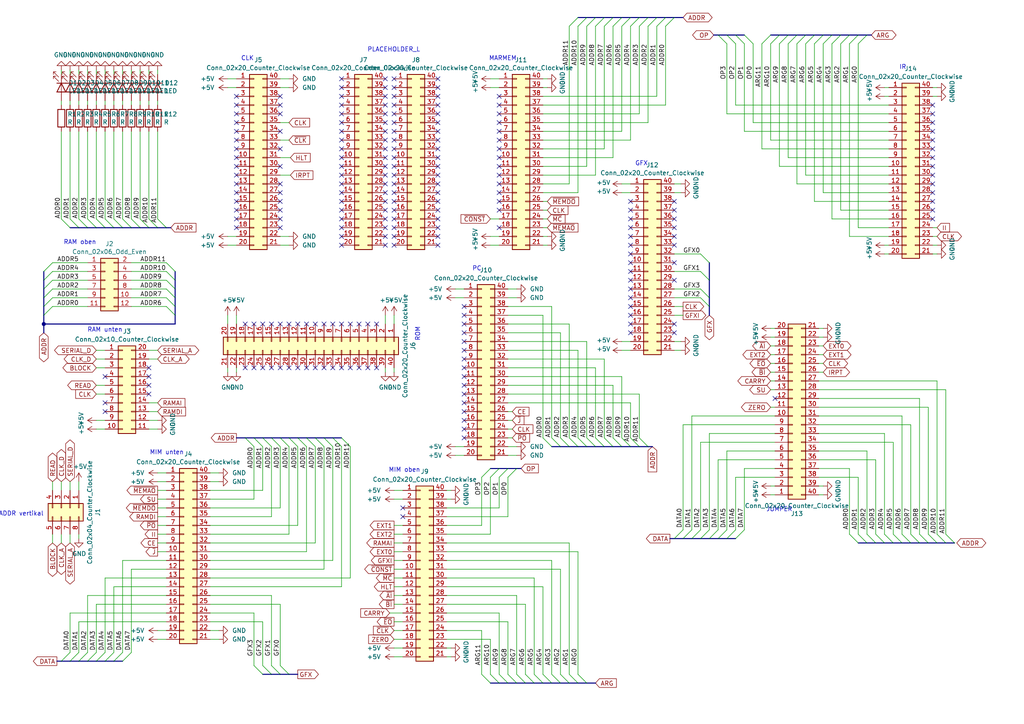
<source format=kicad_sch>
(kicad_sch (version 20201015) (generator eeschema)
  (paper "A4")
  (title_block (title "Address Bus") (rev "1.0") (company "Wilhelm-Maybach-Schule Heilbronn") (comment 1 "Kevin da Silva Fernandes"))
  (junction (at 12.7 93.98) (diameter 1.016))
  (no_connect (at 83.82 93.98))
  (no_connect (at 111.76 63.5))
  (no_connect (at 127 27.94))
  (no_connect (at 99.06 38.1))
  (no_connect (at 144.78 48.26))
  (no_connect (at 99.06 40.64))
  (no_connect (at 81.28 58.42))
  (no_connect (at 127 60.96))
  (no_connect (at 270.51 55.88))
  (no_connect (at 182.88 66.04))
  (no_connect (at 68.58 50.8))
  (no_connect (at 144.78 38.1))
  (no_connect (at 144.78 58.42))
  (no_connect (at 43.18 106.68))
  (no_connect (at 68.58 40.64))
  (no_connect (at 127 40.64))
  (no_connect (at 182.88 73.66))
  (no_connect (at 99.06 55.88))
  (no_connect (at 270.51 38.1))
  (no_connect (at 93.98 93.98))
  (no_connect (at 111.76 58.42))
  (no_connect (at 127 66.04))
  (no_connect (at 182.88 68.58))
  (no_connect (at 111.76 55.88))
  (no_connect (at 144.78 27.94))
  (no_connect (at 270.51 30.48))
  (no_connect (at 71.12 93.98))
  (no_connect (at 111.76 27.94))
  (no_connect (at 99.06 35.56))
  (no_connect (at 88.9 106.68))
  (no_connect (at 99.06 71.12))
  (no_connect (at 182.88 83.82))
  (no_connect (at 111.76 66.04))
  (no_connect (at 99.06 106.68))
  (no_connect (at 111.76 35.56))
  (no_connect (at 111.76 48.26))
  (no_connect (at 99.06 27.94))
  (no_connect (at 99.06 50.8))
  (no_connect (at 114.3 30.48))
  (no_connect (at 195.58 68.58))
  (no_connect (at 127 35.56))
  (no_connect (at 127 53.34))
  (no_connect (at 182.88 81.28))
  (no_connect (at 270.51 48.26))
  (no_connect (at 81.28 33.02))
  (no_connect (at 109.22 106.68))
  (no_connect (at 114.3 43.18))
  (no_connect (at 91.44 106.68))
  (no_connect (at 78.74 106.68))
  (no_connect (at 96.52 106.68))
  (no_connect (at 68.58 27.94))
  (no_connect (at 114.3 63.5))
  (no_connect (at 106.68 93.98))
  (no_connect (at 182.88 96.52))
  (no_connect (at 68.58 43.18))
  (no_connect (at 68.58 55.88))
  (no_connect (at 127 58.42))
  (no_connect (at 127 48.26))
  (no_connect (at 81.28 66.04))
  (no_connect (at 83.82 106.68))
  (no_connect (at 99.06 93.98))
  (no_connect (at 30.48 109.22))
  (no_connect (at 182.88 86.36))
  (no_connect (at 68.58 60.96))
  (no_connect (at 111.76 40.64))
  (no_connect (at 182.88 88.9))
  (no_connect (at 195.58 71.12))
  (no_connect (at 114.3 53.34))
  (no_connect (at 144.78 66.04))
  (no_connect (at 81.28 60.96))
  (no_connect (at 134.62 109.22))
  (no_connect (at 109.22 93.98))
  (no_connect (at 81.28 93.98))
  (no_connect (at 68.58 58.42))
  (no_connect (at 76.2 93.98))
  (no_connect (at 68.58 33.02))
  (no_connect (at 30.48 116.84))
  (no_connect (at 116.84 149.86))
  (no_connect (at 144.78 40.64))
  (no_connect (at 99.06 25.4))
  (no_connect (at 99.06 45.72))
  (no_connect (at 127 33.02))
  (no_connect (at 182.88 76.2))
  (no_connect (at 182.88 91.44))
  (no_connect (at 78.74 93.98))
  (no_connect (at 134.62 114.3))
  (no_connect (at 182.88 63.5))
  (no_connect (at 134.62 111.76))
  (no_connect (at 182.88 58.42))
  (no_connect (at 127 25.4))
  (no_connect (at 144.78 30.48))
  (no_connect (at 81.28 55.88))
  (no_connect (at 114.3 25.4))
  (no_connect (at 224.79 115.57))
  (no_connect (at 71.12 106.68))
  (no_connect (at 111.76 22.86))
  (no_connect (at 114.3 27.94))
  (no_connect (at 144.78 55.88))
  (no_connect (at 81.28 27.94))
  (no_connect (at 270.51 63.5))
  (no_connect (at 134.62 119.38))
  (no_connect (at 270.51 45.72))
  (no_connect (at 99.06 33.02))
  (no_connect (at 114.3 38.1))
  (no_connect (at 114.3 66.04))
  (no_connect (at 111.76 43.18))
  (no_connect (at 111.76 53.34))
  (no_connect (at 111.76 25.4))
  (no_connect (at 111.76 30.48))
  (no_connect (at 114.3 33.02))
  (no_connect (at 68.58 30.48))
  (no_connect (at 114.3 58.42))
  (no_connect (at 127 30.48))
  (no_connect (at 116.84 147.32))
  (no_connect (at 99.06 48.26))
  (no_connect (at 270.51 58.42))
  (no_connect (at 127 71.12))
  (no_connect (at 114.3 60.96))
  (no_connect (at 81.28 38.1))
  (no_connect (at 134.62 104.14))
  (no_connect (at 134.62 91.44))
  (no_connect (at 111.76 60.96))
  (no_connect (at 127 68.58))
  (no_connect (at 270.51 33.02))
  (no_connect (at 182.88 93.98))
  (no_connect (at 127 43.18))
  (no_connect (at 99.06 66.04))
  (no_connect (at 96.52 93.98))
  (no_connect (at 86.36 106.68))
  (no_connect (at 144.78 60.96))
  (no_connect (at 134.62 106.68))
  (no_connect (at 111.76 68.58))
  (no_connect (at 91.44 93.98))
  (no_connect (at 144.78 50.8))
  (no_connect (at 111.76 33.02))
  (no_connect (at 86.36 93.98))
  (no_connect (at 270.51 50.8))
  (no_connect (at 43.18 109.22))
  (no_connect (at 104.14 106.68))
  (no_connect (at 134.62 124.46))
  (no_connect (at 134.62 96.52))
  (no_connect (at 99.06 43.18))
  (no_connect (at 114.3 71.12))
  (no_connect (at 195.58 96.52))
  (no_connect (at 93.98 106.68))
  (no_connect (at 99.06 58.42))
  (no_connect (at 127 50.8))
  (no_connect (at 114.3 50.8))
  (no_connect (at 99.06 53.34))
  (no_connect (at 195.58 81.28))
  (no_connect (at 99.06 68.58))
  (no_connect (at 88.9 93.98))
  (no_connect (at 68.58 53.34))
  (no_connect (at 99.06 63.5))
  (no_connect (at 144.78 33.02))
  (no_connect (at 144.78 35.56))
  (no_connect (at 114.3 68.58))
  (no_connect (at 114.3 48.26))
  (no_connect (at 195.58 93.98))
  (no_connect (at 81.28 43.18))
  (no_connect (at 73.66 93.98))
  (no_connect (at 106.68 106.68))
  (no_connect (at 144.78 45.72))
  (no_connect (at 68.58 66.04))
  (no_connect (at 127 55.88))
  (no_connect (at 127 38.1))
  (no_connect (at 134.62 101.6))
  (no_connect (at 68.58 48.26))
  (no_connect (at 114.3 22.86))
  (no_connect (at 76.2 106.68))
  (no_connect (at 127 63.5))
  (no_connect (at 195.58 63.5))
  (no_connect (at 104.14 93.98))
  (no_connect (at 101.6 93.98))
  (no_connect (at 195.58 76.2))
  (no_connect (at 99.06 22.86))
  (no_connect (at 68.58 35.56))
  (no_connect (at 101.6 106.68))
  (no_connect (at 134.62 88.9))
  (no_connect (at 195.58 60.96))
  (no_connect (at 270.51 40.64))
  (no_connect (at 127 45.72))
  (no_connect (at 81.28 48.26))
  (no_connect (at 134.62 127))
  (no_connect (at 134.62 99.06))
  (no_connect (at 111.76 38.1))
  (no_connect (at 270.51 60.96))
  (no_connect (at 43.18 114.3))
  (no_connect (at 99.06 60.96))
  (no_connect (at 68.58 38.1))
  (no_connect (at 43.18 111.76))
  (no_connect (at 99.06 30.48))
  (no_connect (at 134.62 93.98))
  (no_connect (at 114.3 40.64))
  (no_connect (at 134.62 116.84))
  (no_connect (at 127 22.86))
  (no_connect (at 114.3 35.56))
  (no_connect (at 30.48 119.38))
  (no_connect (at 270.51 35.56))
  (no_connect (at 111.76 50.8))
  (no_connect (at 68.58 45.72))
  (no_connect (at 270.51 53.34))
  (no_connect (at 182.88 78.74))
  (no_connect (at 182.88 71.12))
  (no_connect (at 195.58 66.04))
  (no_connect (at 68.58 63.5))
  (no_connect (at 114.3 45.72))
  (no_connect (at 81.28 53.34))
  (no_connect (at 111.76 45.72))
  (no_connect (at 182.88 60.96))
  (no_connect (at 270.51 43.18))
  (no_connect (at 195.58 58.42))
  (no_connect (at 81.28 30.48))
  (no_connect (at 111.76 71.12))
  (no_connect (at 114.3 55.88))
  (no_connect (at 144.78 53.34))
  (no_connect (at 81.28 63.5))
  (no_connect (at 134.62 121.92))
  (no_connect (at 144.78 43.18))
  (no_connect (at 73.66 106.68))
  (no_connect (at 81.28 106.68))
  (bus_entry (at 15.24 76.2) (size -2.54 2.54) (stroke (width 0.1524)))
  (bus_entry (at 15.24 78.74) (size -2.54 2.54) (stroke (width 0.1524)))
  (bus_entry (at 15.24 81.28) (size -2.54 2.54) (stroke (width 0.1524)))
  (bus_entry (at 15.24 83.82) (size -2.54 2.54) (stroke (width 0.1524)))
  (bus_entry (at 15.24 86.36) (size -2.54 2.54) (stroke (width 0.1524)))
  (bus_entry (at 15.24 88.9) (size -2.54 2.54) (stroke (width 0.1524)))
  (bus_entry (at 17.78 63.5) (size 2.54 2.54) (stroke (width 0.1524)))
  (bus_entry (at 17.78 191.77) (size 2.54 -2.54) (stroke (width 0.1524)))
  (bus_entry (at 20.32 63.5) (size 2.54 2.54) (stroke (width 0.1524)))
  (bus_entry (at 20.32 191.77) (size 2.54 -2.54) (stroke (width 0.1524)))
  (bus_entry (at 22.86 63.5) (size 2.54 2.54) (stroke (width 0.1524)))
  (bus_entry (at 22.86 191.77) (size 2.54 -2.54) (stroke (width 0.1524)))
  (bus_entry (at 25.4 63.5) (size 2.54 2.54) (stroke (width 0.1524)))
  (bus_entry (at 25.4 191.77) (size 2.54 -2.54) (stroke (width 0.1524)))
  (bus_entry (at 27.94 63.5) (size 2.54 2.54) (stroke (width 0.1524)))
  (bus_entry (at 27.94 191.77) (size 2.54 -2.54) (stroke (width 0.1524)))
  (bus_entry (at 30.48 63.5) (size 2.54 2.54) (stroke (width 0.1524)))
  (bus_entry (at 30.48 191.77) (size 2.54 -2.54) (stroke (width 0.1524)))
  (bus_entry (at 33.02 63.5) (size 2.54 2.54) (stroke (width 0.1524)))
  (bus_entry (at 33.02 191.77) (size 2.54 -2.54) (stroke (width 0.1524)))
  (bus_entry (at 35.56 63.5) (size 2.54 2.54) (stroke (width 0.1524)))
  (bus_entry (at 35.56 191.77) (size 2.54 -2.54) (stroke (width 0.1524)))
  (bus_entry (at 38.1 63.5) (size 2.54 2.54) (stroke (width 0.1524)))
  (bus_entry (at 40.64 63.5) (size 2.54 2.54) (stroke (width 0.1524)))
  (bus_entry (at 43.18 63.5) (size 2.54 2.54) (stroke (width 0.1524)))
  (bus_entry (at 45.72 63.5) (size 2.54 2.54) (stroke (width 0.1524)))
  (bus_entry (at 48.26 76.2) (size 2.54 2.54) (stroke (width 0.1524)))
  (bus_entry (at 48.26 78.74) (size 2.54 2.54) (stroke (width 0.1524)))
  (bus_entry (at 48.26 81.28) (size 2.54 2.54) (stroke (width 0.1524)))
  (bus_entry (at 48.26 83.82) (size 2.54 2.54) (stroke (width 0.1524)))
  (bus_entry (at 48.26 86.36) (size 2.54 2.54) (stroke (width 0.1524)))
  (bus_entry (at 48.26 88.9) (size 2.54 2.54) (stroke (width 0.1524)))
  (bus_entry (at 73.66 129.54) (size -2.54 -2.54) (stroke (width 0.1524)))
  (bus_entry (at 73.66 193.04) (size 2.54 2.54) (stroke (width 0.1524)))
  (bus_entry (at 76.2 129.54) (size -2.54 -2.54) (stroke (width 0.1524)))
  (bus_entry (at 76.2 193.04) (size 2.54 2.54) (stroke (width 0.1524)))
  (bus_entry (at 78.74 129.54) (size -2.54 -2.54) (stroke (width 0.1524)))
  (bus_entry (at 78.74 193.04) (size 2.54 2.54) (stroke (width 0.1524)))
  (bus_entry (at 81.28 129.54) (size -2.54 -2.54) (stroke (width 0.1524)))
  (bus_entry (at 81.28 193.04) (size 2.54 2.54) (stroke (width 0.1524)))
  (bus_entry (at 83.82 129.54) (size -2.54 -2.54) (stroke (width 0.1524)))
  (bus_entry (at 86.36 129.54) (size -2.54 -2.54) (stroke (width 0.1524)))
  (bus_entry (at 88.9 129.54) (size -2.54 -2.54) (stroke (width 0.1524)))
  (bus_entry (at 91.44 127) (size 2.54 2.54) (stroke (width 0.1524)))
  (bus_entry (at 91.44 129.54) (size -2.54 -2.54) (stroke (width 0.1524)))
  (bus_entry (at 93.98 127) (size 2.54 2.54) (stroke (width 0.1524)))
  (bus_entry (at 96.52 127) (size 2.54 2.54) (stroke (width 0.1524)))
  (bus_entry (at 99.06 127) (size 2.54 2.54) (stroke (width 0.1524)))
  (bus_entry (at 139.7 138.43) (size 2.54 -2.54) (stroke (width 0.1524)))
  (bus_entry (at 139.7 195.58) (size 2.54 2.54) (stroke (width 0.1524)))
  (bus_entry (at 142.24 138.43) (size 2.54 -2.54) (stroke (width 0.1524)))
  (bus_entry (at 142.24 195.58) (size 2.54 2.54) (stroke (width 0.1524)))
  (bus_entry (at 144.78 138.43) (size 2.54 -2.54) (stroke (width 0.1524)))
  (bus_entry (at 144.78 195.58) (size 2.54 2.54) (stroke (width 0.1524)))
  (bus_entry (at 147.32 138.43) (size 2.54 -2.54) (stroke (width 0.1524)))
  (bus_entry (at 147.32 195.58) (size 2.54 2.54) (stroke (width 0.1524)))
  (bus_entry (at 149.86 195.58) (size 2.54 2.54) (stroke (width 0.1524)))
  (bus_entry (at 152.4 195.58) (size 2.54 2.54) (stroke (width 0.1524)))
  (bus_entry (at 154.94 195.58) (size 2.54 2.54) (stroke (width 0.1524)))
  (bus_entry (at 157.48 127) (size 2.54 2.54) (stroke (width 0.1524)))
  (bus_entry (at 157.48 195.58) (size 2.54 2.54) (stroke (width 0.1524)))
  (bus_entry (at 160.02 127) (size 2.54 2.54) (stroke (width 0.1524)))
  (bus_entry (at 160.02 195.58) (size 2.54 2.54) (stroke (width 0.1524)))
  (bus_entry (at 162.56 127) (size 2.54 2.54) (stroke (width 0.1524)))
  (bus_entry (at 162.56 195.58) (size 2.54 2.54) (stroke (width 0.1524)))
  (bus_entry (at 165.1 7.62) (size 2.54 -2.54) (stroke (width 0.1524)))
  (bus_entry (at 165.1 127) (size 2.54 2.54) (stroke (width 0.1524)))
  (bus_entry (at 165.1 195.58) (size 2.54 2.54) (stroke (width 0.1524)))
  (bus_entry (at 167.64 7.62) (size 2.54 -2.54) (stroke (width 0.1524)))
  (bus_entry (at 167.64 127) (size 2.54 2.54) (stroke (width 0.1524)))
  (bus_entry (at 167.64 195.58) (size 2.54 2.54) (stroke (width 0.1524)))
  (bus_entry (at 170.18 7.62) (size 2.54 -2.54) (stroke (width 0.1524)))
  (bus_entry (at 170.18 127) (size 2.54 2.54) (stroke (width 0.1524)))
  (bus_entry (at 172.72 7.62) (size 2.54 -2.54) (stroke (width 0.1524)))
  (bus_entry (at 172.72 127) (size 2.54 2.54) (stroke (width 0.1524)))
  (bus_entry (at 175.26 7.62) (size 2.54 -2.54) (stroke (width 0.1524)))
  (bus_entry (at 175.26 127) (size 2.54 2.54) (stroke (width 0.1524)))
  (bus_entry (at 177.8 7.62) (size 2.54 -2.54) (stroke (width 0.1524)))
  (bus_entry (at 177.8 127) (size 2.54 2.54) (stroke (width 0.1524)))
  (bus_entry (at 180.34 7.62) (size 2.54 -2.54) (stroke (width 0.1524)))
  (bus_entry (at 180.34 127) (size 2.54 2.54) (stroke (width 0.1524)))
  (bus_entry (at 182.88 7.62) (size 2.54 -2.54) (stroke (width 0.1524)))
  (bus_entry (at 182.88 127) (size 2.54 2.54) (stroke (width 0.1524)))
  (bus_entry (at 185.42 7.62) (size 2.54 -2.54) (stroke (width 0.1524)))
  (bus_entry (at 185.42 127) (size 2.54 2.54) (stroke (width 0.1524)))
  (bus_entry (at 187.96 7.62) (size 2.54 -2.54) (stroke (width 0.1524)))
  (bus_entry (at 190.5 7.62) (size 2.54 -2.54) (stroke (width 0.1524)))
  (bus_entry (at 193.04 7.62) (size 2.54 -2.54) (stroke (width 0.1524)))
  (bus_entry (at 195.58 156.21) (size 2.54 -2.54) (stroke (width 0.1524)))
  (bus_entry (at 198.12 156.21) (size 2.54 -2.54) (stroke (width 0.1524)))
  (bus_entry (at 200.66 156.21) (size 2.54 -2.54) (stroke (width 0.1524)))
  (bus_entry (at 203.2 73.66) (size 2.54 2.54) (stroke (width 0.1524)))
  (bus_entry (at 203.2 78.74) (size 2.54 2.54) (stroke (width 0.1524)))
  (bus_entry (at 203.2 83.82) (size 2.54 2.54) (stroke (width 0.1524)))
  (bus_entry (at 203.2 86.36) (size 2.54 2.54) (stroke (width 0.1524)))
  (bus_entry (at 203.2 156.21) (size 2.54 -2.54) (stroke (width 0.1524)))
  (bus_entry (at 205.74 156.21) (size 2.54 -2.54) (stroke (width 0.1524)))
  (bus_entry (at 208.28 156.21) (size 2.54 -2.54) (stroke (width 0.1524)))
  (bus_entry (at 210.82 12.7) (size -2.54 -2.54) (stroke (width 0.1524)))
  (bus_entry (at 210.82 156.21) (size 2.54 -2.54) (stroke (width 0.1524)))
  (bus_entry (at 213.36 12.7) (size -2.54 -2.54) (stroke (width 0.1524)))
  (bus_entry (at 213.36 156.21) (size 2.54 -2.54) (stroke (width 0.1524)))
  (bus_entry (at 215.9 12.7) (size -2.54 -2.54) (stroke (width 0.1524)))
  (bus_entry (at 218.44 12.7) (size -2.54 -2.54) (stroke (width 0.1524)))
  (bus_entry (at 223.52 10.16) (size -2.54 2.54) (stroke (width 0.1524)))
  (bus_entry (at 226.06 10.16) (size -2.54 2.54) (stroke (width 0.1524)))
  (bus_entry (at 228.6 10.16) (size -2.54 2.54) (stroke (width 0.1524)))
  (bus_entry (at 231.14 10.16) (size -2.54 2.54) (stroke (width 0.1524)))
  (bus_entry (at 233.68 10.16) (size -2.54 2.54) (stroke (width 0.1524)))
  (bus_entry (at 236.22 10.16) (size -2.54 2.54) (stroke (width 0.1524)))
  (bus_entry (at 238.76 10.16) (size -2.54 2.54) (stroke (width 0.1524)))
  (bus_entry (at 241.3 10.16) (size -2.54 2.54) (stroke (width 0.1524)))
  (bus_entry (at 243.84 10.16) (size -2.54 2.54) (stroke (width 0.1524)))
  (bus_entry (at 246.38 10.16) (size -2.54 2.54) (stroke (width 0.1524)))
  (bus_entry (at 246.38 154.94) (size 2.54 2.54) (stroke (width 0.1524)))
  (bus_entry (at 248.92 10.16) (size -2.54 2.54) (stroke (width 0.1524)))
  (bus_entry (at 248.92 154.94) (size 2.54 2.54) (stroke (width 0.1524)))
  (bus_entry (at 251.46 10.16) (size -2.54 2.54) (stroke (width 0.1524)))
  (bus_entry (at 251.46 154.94) (size 2.54 2.54) (stroke (width 0.1524)))
  (bus_entry (at 254 154.94) (size 2.54 2.54) (stroke (width 0.1524)))
  (bus_entry (at 256.54 154.94) (size 2.54 2.54) (stroke (width 0.1524)))
  (bus_entry (at 259.08 154.94) (size 2.54 2.54) (stroke (width 0.1524)))
  (bus_entry (at 261.62 154.94) (size 2.54 2.54) (stroke (width 0.1524)))
  (bus_entry (at 264.16 154.94) (size 2.54 2.54) (stroke (width 0.1524)))
  (bus_entry (at 266.7 154.94) (size 2.54 2.54) (stroke (width 0.1524)))
  (bus_entry (at 269.24 154.94) (size 2.54 2.54) (stroke (width 0.1524)))
  (bus_entry (at 271.78 154.94) (size 2.54 2.54) (stroke (width 0.1524)))
  (bus_entry (at 274.32 154.94) (size 2.54 2.54) (stroke (width 0.1524)))
  (wire (pts (xy 15.24 76.2) (xy 25.4 76.2)))
  (wire (pts (xy 15.24 78.74) (xy 25.4 78.74)))
  (wire (pts (xy 15.24 81.28) (xy 25.4 81.28)))
  (wire (pts (xy 15.24 83.82) (xy 25.4 83.82)))
  (wire (pts (xy 15.24 86.36) (xy 25.4 86.36)))
  (wire (pts (xy 15.24 88.9) (xy 25.4 88.9)))
  (wire (pts (xy 15.24 142.24) (xy 15.24 139.7)))
  (wire (pts (xy 15.24 157.48) (xy 15.24 154.94)))
  (wire (pts (xy 17.78 20.32) (xy 17.78 21.59)))
  (wire (pts (xy 17.78 29.21) (xy 17.78 30.48)))
  (wire (pts (xy 17.78 38.1) (xy 17.78 63.5)))
  (wire (pts (xy 17.78 139.7) (xy 17.78 142.24)))
  (wire (pts (xy 17.78 154.94) (xy 17.78 157.48)))
  (wire (pts (xy 20.32 20.32) (xy 20.32 21.59)))
  (wire (pts (xy 20.32 29.21) (xy 20.32 30.48)))
  (wire (pts (xy 20.32 38.1) (xy 20.32 63.5)))
  (wire (pts (xy 20.32 139.7) (xy 20.32 142.24)))
  (wire (pts (xy 20.32 154.94) (xy 20.32 157.48)))
  (wire (pts (xy 20.32 177.8) (xy 20.32 189.23)))
  (wire (pts (xy 20.32 177.8) (xy 48.26 177.8)))
  (wire (pts (xy 22.86 20.32) (xy 22.86 21.59)))
  (wire (pts (xy 22.86 29.21) (xy 22.86 30.48)))
  (wire (pts (xy 22.86 38.1) (xy 22.86 63.5)))
  (wire (pts (xy 22.86 139.7) (xy 22.86 142.24)))
  (wire (pts (xy 22.86 154.94) (xy 22.86 156.21)))
  (wire (pts (xy 22.86 180.34) (xy 22.86 189.23)))
  (wire (pts (xy 22.86 180.34) (xy 48.26 180.34)))
  (wire (pts (xy 25.4 20.32) (xy 25.4 21.59)))
  (wire (pts (xy 25.4 29.21) (xy 25.4 30.48)))
  (wire (pts (xy 25.4 38.1) (xy 25.4 63.5)))
  (wire (pts (xy 25.4 172.72) (xy 25.4 189.23)))
  (wire (pts (xy 25.4 172.72) (xy 48.26 172.72)))
  (wire (pts (xy 27.94 20.32) (xy 27.94 21.59)))
  (wire (pts (xy 27.94 29.21) (xy 27.94 30.48)))
  (wire (pts (xy 27.94 38.1) (xy 27.94 63.5)))
  (wire (pts (xy 27.94 101.6) (xy 30.48 101.6)))
  (wire (pts (xy 27.94 104.14) (xy 30.48 104.14)))
  (wire (pts (xy 27.94 106.68) (xy 30.48 106.68)))
  (wire (pts (xy 27.94 121.92) (xy 30.48 121.92)))
  (wire (pts (xy 27.94 124.46) (xy 30.48 124.46)))
  (wire (pts (xy 27.94 175.26) (xy 27.94 189.23)))
  (wire (pts (xy 27.94 175.26) (xy 48.26 175.26)))
  (wire (pts (xy 30.48 20.32) (xy 30.48 21.59)))
  (wire (pts (xy 30.48 29.21) (xy 30.48 30.48)))
  (wire (pts (xy 30.48 38.1) (xy 30.48 63.5)))
  (wire (pts (xy 30.48 111.76) (xy 27.94 111.76)))
  (wire (pts (xy 30.48 114.3) (xy 27.94 114.3)))
  (wire (pts (xy 30.48 167.64) (xy 30.48 189.23)))
  (wire (pts (xy 30.48 167.64) (xy 48.26 167.64)))
  (wire (pts (xy 33.02 20.32) (xy 33.02 21.59)))
  (wire (pts (xy 33.02 29.21) (xy 33.02 30.48)))
  (wire (pts (xy 33.02 38.1) (xy 33.02 63.5)))
  (wire (pts (xy 33.02 170.18) (xy 33.02 189.23)))
  (wire (pts (xy 33.02 170.18) (xy 48.26 170.18)))
  (wire (pts (xy 35.56 20.32) (xy 35.56 21.59)))
  (wire (pts (xy 35.56 29.21) (xy 35.56 30.48)))
  (wire (pts (xy 35.56 38.1) (xy 35.56 63.5)))
  (wire (pts (xy 35.56 162.56) (xy 35.56 189.23)))
  (wire (pts (xy 35.56 162.56) (xy 48.26 162.56)))
  (wire (pts (xy 38.1 20.32) (xy 38.1 21.59)))
  (wire (pts (xy 38.1 29.21) (xy 38.1 30.48)))
  (wire (pts (xy 38.1 38.1) (xy 38.1 63.5)))
  (wire (pts (xy 38.1 76.2) (xy 48.26 76.2)))
  (wire (pts (xy 38.1 78.74) (xy 48.26 78.74)))
  (wire (pts (xy 38.1 81.28) (xy 48.26 81.28)))
  (wire (pts (xy 38.1 83.82) (xy 48.26 83.82)))
  (wire (pts (xy 38.1 86.36) (xy 48.26 86.36)))
  (wire (pts (xy 38.1 88.9) (xy 48.26 88.9)))
  (wire (pts (xy 38.1 165.1) (xy 38.1 189.23)))
  (wire (pts (xy 38.1 165.1) (xy 48.26 165.1)))
  (wire (pts (xy 40.64 20.32) (xy 40.64 21.59)))
  (wire (pts (xy 40.64 29.21) (xy 40.64 30.48)))
  (wire (pts (xy 40.64 38.1) (xy 40.64 63.5)))
  (wire (pts (xy 43.18 20.32) (xy 43.18 21.59)))
  (wire (pts (xy 43.18 29.21) (xy 43.18 30.48)))
  (wire (pts (xy 43.18 38.1) (xy 43.18 63.5)))
  (wire (pts (xy 43.18 101.6) (xy 45.72 101.6)))
  (wire (pts (xy 43.18 104.14) (xy 45.72 104.14)))
  (wire (pts (xy 43.18 116.84) (xy 45.72 116.84)))
  (wire (pts (xy 43.18 119.38) (xy 45.72 119.38)))
  (wire (pts (xy 43.18 121.92) (xy 45.72 121.92)))
  (wire (pts (xy 43.18 124.46) (xy 45.72 124.46)))
  (wire (pts (xy 45.72 20.32) (xy 45.72 21.59)))
  (wire (pts (xy 45.72 29.21) (xy 45.72 30.48)))
  (wire (pts (xy 45.72 38.1) (xy 45.72 63.5)))
  (wire (pts (xy 45.72 142.24) (xy 48.26 142.24)))
  (wire (pts (xy 45.72 144.78) (xy 48.26 144.78)))
  (wire (pts (xy 45.72 147.32) (xy 48.26 147.32)))
  (wire (pts (xy 45.72 149.86) (xy 48.26 149.86)))
  (wire (pts (xy 45.72 152.4) (xy 48.26 152.4)))
  (wire (pts (xy 45.72 154.94) (xy 48.26 154.94)))
  (wire (pts (xy 45.72 157.48) (xy 48.26 157.48)))
  (wire (pts (xy 45.72 160.02) (xy 48.26 160.02)))
  (wire (pts (xy 48.26 137.16) (xy 45.72 137.16)))
  (wire (pts (xy 48.26 139.7) (xy 45.72 139.7)))
  (wire (pts (xy 48.26 182.88) (xy 45.72 182.88)))
  (wire (pts (xy 48.26 185.42) (xy 45.72 185.42)))
  (wire (pts (xy 63.5 137.16) (xy 60.96 137.16)))
  (wire (pts (xy 63.5 139.7) (xy 60.96 139.7)))
  (wire (pts (xy 63.5 182.88) (xy 60.96 182.88)))
  (wire (pts (xy 63.5 185.42) (xy 60.96 185.42)))
  (wire (pts (xy 66.04 91.44) (xy 66.04 93.98)))
  (wire (pts (xy 66.04 106.68) (xy 66.04 107.95)))
  (wire (pts (xy 68.58 22.86) (xy 66.04 22.86)))
  (wire (pts (xy 68.58 25.4) (xy 66.04 25.4)))
  (wire (pts (xy 68.58 68.58) (xy 66.04 68.58)))
  (wire (pts (xy 68.58 71.12) (xy 66.04 71.12)))
  (wire (pts (xy 68.58 91.44) (xy 68.58 93.98)))
  (wire (pts (xy 68.58 106.68) (xy 68.58 107.95)))
  (wire (pts (xy 73.66 129.54) (xy 73.66 144.78)))
  (wire (pts (xy 73.66 144.78) (xy 60.96 144.78)))
  (wire (pts (xy 73.66 177.8) (xy 60.96 177.8)))
  (wire (pts (xy 73.66 177.8) (xy 73.66 193.04)))
  (wire (pts (xy 76.2 129.54) (xy 76.2 142.24)))
  (wire (pts (xy 76.2 142.24) (xy 60.96 142.24)))
  (wire (pts (xy 76.2 180.34) (xy 60.96 180.34)))
  (wire (pts (xy 76.2 180.34) (xy 76.2 193.04)))
  (wire (pts (xy 78.74 129.54) (xy 78.74 149.86)))
  (wire (pts (xy 78.74 149.86) (xy 60.96 149.86)))
  (wire (pts (xy 78.74 172.72) (xy 60.96 172.72)))
  (wire (pts (xy 78.74 172.72) (xy 78.74 193.04)))
  (wire (pts (xy 81.28 35.56) (xy 83.82 35.56)))
  (wire (pts (xy 81.28 40.64) (xy 83.82 40.64)))
  (wire (pts (xy 81.28 45.72) (xy 84.2264 45.72)))
  (wire (pts (xy 81.28 50.8) (xy 84.2264 50.8)))
  (wire (pts (xy 81.28 129.54) (xy 81.28 147.32)))
  (wire (pts (xy 81.28 147.32) (xy 60.96 147.32)))
  (wire (pts (xy 81.28 175.26) (xy 60.96 175.26)))
  (wire (pts (xy 81.28 175.26) (xy 81.28 193.04)))
  (wire (pts (xy 83.82 22.86) (xy 81.28 22.86)))
  (wire (pts (xy 83.82 25.4) (xy 81.28 25.4)))
  (wire (pts (xy 83.82 68.58) (xy 81.28 68.58)))
  (wire (pts (xy 83.82 71.12) (xy 81.28 71.12)))
  (wire (pts (xy 83.82 129.54) (xy 83.82 154.94)))
  (wire (pts (xy 83.82 154.94) (xy 60.96 154.94)))
  (wire (pts (xy 86.36 129.54) (xy 86.36 152.4)))
  (wire (pts (xy 86.36 152.4) (xy 60.96 152.4)))
  (wire (pts (xy 88.9 129.54) (xy 88.9 160.02)))
  (wire (pts (xy 88.9 160.02) (xy 60.96 160.02)))
  (wire (pts (xy 91.44 129.54) (xy 91.44 157.48)))
  (wire (pts (xy 91.44 157.48) (xy 60.96 157.48)))
  (wire (pts (xy 93.98 129.54) (xy 93.98 165.1)))
  (wire (pts (xy 93.98 165.1) (xy 60.96 165.1)))
  (wire (pts (xy 96.52 129.54) (xy 96.52 162.56)))
  (wire (pts (xy 96.52 162.56) (xy 60.96 162.56)))
  (wire (pts (xy 99.06 129.54) (xy 99.06 170.18)))
  (wire (pts (xy 99.06 170.18) (xy 60.96 170.18)))
  (wire (pts (xy 101.6 129.54) (xy 101.6 167.64)))
  (wire (pts (xy 101.6 167.64) (xy 60.96 167.64)))
  (wire (pts (xy 111.76 91.44) (xy 111.76 93.98)))
  (wire (pts (xy 111.76 106.68) (xy 111.76 107.95)))
  (wire (pts (xy 113.03 177.8) (xy 116.84 177.8)))
  (wire (pts (xy 114.3 91.44) (xy 114.3 93.98)))
  (wire (pts (xy 114.3 106.68) (xy 114.3 107.95)))
  (wire (pts (xy 114.3 152.4) (xy 116.84 152.4)))
  (wire (pts (xy 114.3 154.94) (xy 116.84 154.94)))
  (wire (pts (xy 114.3 157.48) (xy 116.84 157.48)))
  (wire (pts (xy 114.3 160.02) (xy 116.84 160.02)))
  (wire (pts (xy 114.3 162.56) (xy 116.84 162.56)))
  (wire (pts (xy 114.3 165.1) (xy 116.84 165.1)))
  (wire (pts (xy 114.3 167.64) (xy 116.84 167.64)))
  (wire (pts (xy 114.3 170.18) (xy 116.84 170.18)))
  (wire (pts (xy 114.3 172.72) (xy 116.84 172.72)))
  (wire (pts (xy 114.3 175.26) (xy 116.84 175.26)))
  (wire (pts (xy 114.3 180.34) (xy 116.84 180.34)))
  (wire (pts (xy 114.3 182.88) (xy 116.84 182.88)))
  (wire (pts (xy 114.3 185.42) (xy 116.84 185.42)))
  (wire (pts (xy 116.84 142.24) (xy 114.3 142.24)))
  (wire (pts (xy 116.84 144.78) (xy 114.3 144.78)))
  (wire (pts (xy 116.84 187.96) (xy 114.3 187.96)))
  (wire (pts (xy 116.84 190.5) (xy 114.3 190.5)))
  (wire (pts (xy 129.54 142.24) (xy 130.81 142.24)))
  (wire (pts (xy 129.54 144.78) (xy 130.81 144.78)))
  (wire (pts (xy 129.54 147.32) (xy 144.78 147.32)))
  (wire (pts (xy 129.54 149.86) (xy 147.32 149.86)))
  (wire (pts (xy 129.54 152.4) (xy 139.7 152.4)))
  (wire (pts (xy 129.54 154.94) (xy 142.24 154.94)))
  (wire (pts (xy 129.54 187.96) (xy 130.81 187.96)))
  (wire (pts (xy 129.54 190.5) (xy 130.81 190.5)))
  (wire (pts (xy 134.62 83.82) (xy 132.08 83.82)))
  (wire (pts (xy 134.62 86.36) (xy 132.08 86.36)))
  (wire (pts (xy 134.62 129.54) (xy 132.08 129.54)))
  (wire (pts (xy 134.62 132.08) (xy 132.08 132.08)))
  (wire (pts (xy 139.7 138.43) (xy 139.7 152.4)))
  (wire (pts (xy 139.7 182.88) (xy 129.54 182.88)))
  (wire (pts (xy 139.7 182.88) (xy 139.7 195.58)))
  (wire (pts (xy 142.24 22.86) (xy 144.78 22.86)))
  (wire (pts (xy 142.24 25.4) (xy 144.78 25.4)))
  (wire (pts (xy 142.24 63.5) (xy 144.78 63.5)))
  (wire (pts (xy 142.24 68.58) (xy 144.78 68.58)))
  (wire (pts (xy 142.24 71.12) (xy 144.78 71.12)))
  (wire (pts (xy 142.24 138.43) (xy 142.24 154.94)))
  (wire (pts (xy 142.24 185.42) (xy 129.54 185.42)))
  (wire (pts (xy 142.24 185.42) (xy 142.24 195.58)))
  (wire (pts (xy 144.78 138.43) (xy 144.78 147.32)))
  (wire (pts (xy 144.78 177.8) (xy 129.54 177.8)))
  (wire (pts (xy 144.78 177.8) (xy 144.78 195.58)))
  (wire (pts (xy 147.32 88.9) (xy 160.02 88.9)))
  (wire (pts (xy 147.32 91.44) (xy 157.48 91.44)))
  (wire (pts (xy 147.32 93.98) (xy 165.1 93.98)))
  (wire (pts (xy 147.32 96.52) (xy 162.56 96.52)))
  (wire (pts (xy 147.32 99.06) (xy 170.18 99.06)))
  (wire (pts (xy 147.32 101.6) (xy 167.64 101.6)))
  (wire (pts (xy 147.32 104.14) (xy 175.26 104.14)))
  (wire (pts (xy 147.32 106.68) (xy 172.72 106.68)))
  (wire (pts (xy 147.32 109.22) (xy 180.34 109.22)))
  (wire (pts (xy 147.32 111.76) (xy 177.8 111.76)))
  (wire (pts (xy 147.32 114.3) (xy 185.42 114.3)))
  (wire (pts (xy 147.32 116.84) (xy 182.88 116.84)))
  (wire (pts (xy 147.32 119.38) (xy 148.59 119.38)))
  (wire (pts (xy 147.32 121.92) (xy 148.59 121.92)))
  (wire (pts (xy 147.32 124.46) (xy 148.59 124.46)))
  (wire (pts (xy 147.32 127) (xy 148.59 127)))
  (wire (pts (xy 147.32 138.43) (xy 147.32 149.86)))
  (wire (pts (xy 147.32 180.34) (xy 129.54 180.34)))
  (wire (pts (xy 147.32 180.34) (xy 147.32 195.58)))
  (wire (pts (xy 149.86 83.82) (xy 147.32 83.82)))
  (wire (pts (xy 149.86 86.36) (xy 147.32 86.36)))
  (wire (pts (xy 149.86 129.54) (xy 147.32 129.54)))
  (wire (pts (xy 149.86 132.08) (xy 147.32 132.08)))
  (wire (pts (xy 149.86 172.72) (xy 129.54 172.72)))
  (wire (pts (xy 149.86 172.72) (xy 149.86 195.58)))
  (wire (pts (xy 152.4 175.26) (xy 129.54 175.26)))
  (wire (pts (xy 152.4 175.26) (xy 152.4 195.58)))
  (wire (pts (xy 154.94 167.64) (xy 129.54 167.64)))
  (wire (pts (xy 154.94 167.64) (xy 154.94 195.58)))
  (wire (pts (xy 157.48 22.86) (xy 158.75 22.86)))
  (wire (pts (xy 157.48 25.4) (xy 158.75 25.4)))
  (wire (pts (xy 157.48 58.42) (xy 158.75 58.42)))
  (wire (pts (xy 157.48 60.96) (xy 158.75 60.96)))
  (wire (pts (xy 157.48 63.5) (xy 158.75 63.5)))
  (wire (pts (xy 157.48 66.04) (xy 158.75 66.04)))
  (wire (pts (xy 157.48 68.58) (xy 158.75 68.58)))
  (wire (pts (xy 157.48 71.12) (xy 158.75 71.12)))
  (wire (pts (xy 157.48 91.44) (xy 157.48 127)))
  (wire (pts (xy 157.48 170.18) (xy 129.54 170.18)))
  (wire (pts (xy 157.48 170.18) (xy 157.48 195.58)))
  (wire (pts (xy 160.02 88.9) (xy 160.02 127)))
  (wire (pts (xy 160.02 162.56) (xy 129.54 162.56)))
  (wire (pts (xy 160.02 162.56) (xy 160.02 195.58)))
  (wire (pts (xy 162.56 96.52) (xy 162.56 127)))
  (wire (pts (xy 162.56 165.1) (xy 129.54 165.1)))
  (wire (pts (xy 162.56 165.1) (xy 162.56 195.58)))
  (wire (pts (xy 165.1 7.62) (xy 165.1 53.34)))
  (wire (pts (xy 165.1 53.34) (xy 157.48 53.34)))
  (wire (pts (xy 165.1 93.98) (xy 165.1 127)))
  (wire (pts (xy 165.1 157.48) (xy 129.54 157.48)))
  (wire (pts (xy 165.1 157.48) (xy 165.1 195.58)))
  (wire (pts (xy 167.64 7.62) (xy 167.64 55.88)))
  (wire (pts (xy 167.64 55.88) (xy 157.48 55.88)))
  (wire (pts (xy 167.64 101.6) (xy 167.64 127)))
  (wire (pts (xy 167.64 160.02) (xy 129.54 160.02)))
  (wire (pts (xy 167.64 160.02) (xy 167.64 195.58)))
  (wire (pts (xy 170.18 7.62) (xy 170.18 48.26)))
  (wire (pts (xy 170.18 48.26) (xy 157.48 48.26)))
  (wire (pts (xy 170.18 99.06) (xy 170.18 127)))
  (wire (pts (xy 172.72 7.62) (xy 172.72 50.8)))
  (wire (pts (xy 172.72 50.8) (xy 157.48 50.8)))
  (wire (pts (xy 172.72 106.68) (xy 172.72 127)))
  (wire (pts (xy 175.26 7.62) (xy 175.26 43.18)))
  (wire (pts (xy 175.26 43.18) (xy 157.48 43.18)))
  (wire (pts (xy 175.26 104.14) (xy 175.26 127)))
  (wire (pts (xy 177.8 7.62) (xy 177.8 45.72)))
  (wire (pts (xy 177.8 45.72) (xy 157.48 45.72)))
  (wire (pts (xy 177.8 111.76) (xy 177.8 127)))
  (wire (pts (xy 180.34 7.62) (xy 180.34 38.1)))
  (wire (pts (xy 180.34 38.1) (xy 157.48 38.1)))
  (wire (pts (xy 180.34 53.34) (xy 182.88 53.34)))
  (wire (pts (xy 180.34 55.88) (xy 182.88 55.88)))
  (wire (pts (xy 180.34 99.06) (xy 182.88 99.06)))
  (wire (pts (xy 180.34 101.6) (xy 182.88 101.6)))
  (wire (pts (xy 180.34 109.22) (xy 180.34 127)))
  (wire (pts (xy 182.88 7.62) (xy 182.88 40.64)))
  (wire (pts (xy 182.88 40.64) (xy 157.48 40.64)))
  (wire (pts (xy 182.88 116.84) (xy 182.88 127)))
  (wire (pts (xy 185.42 7.62) (xy 185.42 33.02)))
  (wire (pts (xy 185.42 33.02) (xy 157.48 33.02)))
  (wire (pts (xy 185.42 114.3) (xy 185.42 127)))
  (wire (pts (xy 187.96 7.62) (xy 187.96 35.56)))
  (wire (pts (xy 187.96 35.56) (xy 157.48 35.56)))
  (wire (pts (xy 190.5 7.62) (xy 190.5 27.94)))
  (wire (pts (xy 190.5 27.94) (xy 157.48 27.94)))
  (wire (pts (xy 193.04 7.62) (xy 193.04 30.48)))
  (wire (pts (xy 193.04 30.48) (xy 157.48 30.48)))
  (wire (pts (xy 195.58 53.34) (xy 197.485 53.34)))
  (wire (pts (xy 195.58 55.88) (xy 197.485 55.88)))
  (wire (pts (xy 195.58 73.66) (xy 203.2 73.66)))
  (wire (pts (xy 195.58 78.74) (xy 203.2 78.74)))
  (wire (pts (xy 195.58 83.82) (xy 203.2 83.82)))
  (wire (pts (xy 195.58 86.36) (xy 203.2 86.36)))
  (wire (pts (xy 195.58 88.9) (xy 198.12 88.9)))
  (wire (pts (xy 195.58 91.44) (xy 198.12 91.44)))
  (wire (pts (xy 195.58 99.06) (xy 197.485 99.06)))
  (wire (pts (xy 195.58 101.6) (xy 197.485 101.6)))
  (wire (pts (xy 198.12 123.19) (xy 224.79 123.19)))
  (wire (pts (xy 198.12 153.67) (xy 198.12 123.19)))
  (wire (pts (xy 200.66 120.65) (xy 224.79 120.65)))
  (wire (pts (xy 200.66 153.67) (xy 200.66 120.65)))
  (wire (pts (xy 203.2 128.27) (xy 224.79 128.27)))
  (wire (pts (xy 203.2 153.67) (xy 203.2 128.27)))
  (wire (pts (xy 205.74 125.73) (xy 224.79 125.73)))
  (wire (pts (xy 205.74 153.67) (xy 205.74 125.73)))
  (wire (pts (xy 208.28 133.35) (xy 224.79 133.35)))
  (wire (pts (xy 208.28 153.67) (xy 208.28 133.35)))
  (wire (pts (xy 210.82 12.7) (xy 210.82 33.02)))
  (wire (pts (xy 210.82 33.02) (xy 257.81 33.02)))
  (wire (pts (xy 210.82 130.81) (xy 224.79 130.81)))
  (wire (pts (xy 210.82 153.67) (xy 210.82 130.81)))
  (wire (pts (xy 213.36 12.7) (xy 213.36 30.48)))
  (wire (pts (xy 213.36 30.48) (xy 257.81 30.48)))
  (wire (pts (xy 213.36 138.43) (xy 224.79 138.43)))
  (wire (pts (xy 213.36 153.67) (xy 213.36 138.43)))
  (wire (pts (xy 215.9 12.7) (xy 215.9 38.1)))
  (wire (pts (xy 215.9 38.1) (xy 257.81 38.1)))
  (wire (pts (xy 215.9 135.89) (xy 224.79 135.89)))
  (wire (pts (xy 215.9 153.67) (xy 215.9 135.89)))
  (wire (pts (xy 218.44 12.7) (xy 218.44 35.56)))
  (wire (pts (xy 218.44 35.56) (xy 257.81 35.56)))
  (wire (pts (xy 220.98 12.7) (xy 220.98 43.18)))
  (wire (pts (xy 220.98 43.18) (xy 257.81 43.18)))
  (wire (pts (xy 223.52 12.7) (xy 223.52 40.64)))
  (wire (pts (xy 223.52 40.64) (xy 257.81 40.64)))
  (wire (pts (xy 223.52 95.25) (xy 224.79 95.25)))
  (wire (pts (xy 223.52 97.79) (xy 224.79 97.79)))
  (wire (pts (xy 223.52 100.33) (xy 224.79 100.33)))
  (wire (pts (xy 223.52 102.87) (xy 224.79 102.87)))
  (wire (pts (xy 223.52 105.41) (xy 224.79 105.41)))
  (wire (pts (xy 223.52 107.95) (xy 224.79 107.95)))
  (wire (pts (xy 223.52 110.49) (xy 224.79 110.49)))
  (wire (pts (xy 223.52 113.03) (xy 224.79 113.03)))
  (wire (pts (xy 223.52 118.11) (xy 224.79 118.11)))
  (wire (pts (xy 223.52 140.97) (xy 224.79 140.97)))
  (wire (pts (xy 223.52 143.51) (xy 224.79 143.51)))
  (wire (pts (xy 226.06 12.7) (xy 226.06 48.26)))
  (wire (pts (xy 226.06 48.26) (xy 257.81 48.26)))
  (wire (pts (xy 228.6 12.7) (xy 228.6 45.72)))
  (wire (pts (xy 228.6 45.72) (xy 257.81 45.72)))
  (wire (pts (xy 231.14 12.7) (xy 231.14 53.34)))
  (wire (pts (xy 231.14 53.34) (xy 257.81 53.34)))
  (wire (pts (xy 233.68 12.7) (xy 233.68 50.8)))
  (wire (pts (xy 233.68 50.8) (xy 257.81 50.8)))
  (wire (pts (xy 236.22 12.7) (xy 236.22 58.42)))
  (wire (pts (xy 236.22 58.42) (xy 257.81 58.42)))
  (wire (pts (xy 237.49 95.25) (xy 238.76 95.25)))
  (wire (pts (xy 237.49 97.79) (xy 238.76 97.79)))
  (wire (pts (xy 237.49 100.33) (xy 238.76 100.33)))
  (wire (pts (xy 237.49 102.87) (xy 238.76 102.87)))
  (wire (pts (xy 237.49 105.41) (xy 238.76 105.41)))
  (wire (pts (xy 237.49 107.95) (xy 238.76 107.95)))
  (wire (pts (xy 237.49 140.97) (xy 238.76 140.97)))
  (wire (pts (xy 237.49 143.51) (xy 238.76 143.51)))
  (wire (pts (xy 238.76 12.7) (xy 238.76 55.88)))
  (wire (pts (xy 238.76 55.88) (xy 257.81 55.88)))
  (wire (pts (xy 241.3 12.7) (xy 241.3 63.5)))
  (wire (pts (xy 241.3 63.5) (xy 257.81 63.5)))
  (wire (pts (xy 243.84 12.7) (xy 243.84 60.96)))
  (wire (pts (xy 243.84 60.96) (xy 257.81 60.96)))
  (wire (pts (xy 246.38 12.7) (xy 246.38 68.58)))
  (wire (pts (xy 246.38 68.58) (xy 257.81 68.58)))
  (wire (pts (xy 246.38 135.89) (xy 237.49 135.89)))
  (wire (pts (xy 246.38 154.94) (xy 246.38 135.89)))
  (wire (pts (xy 248.92 12.7) (xy 248.92 66.04)))
  (wire (pts (xy 248.92 66.04) (xy 257.81 66.04)))
  (wire (pts (xy 248.92 138.43) (xy 237.49 138.43)))
  (wire (pts (xy 248.92 154.94) (xy 248.92 138.43)))
  (wire (pts (xy 251.46 130.81) (xy 237.49 130.81)))
  (wire (pts (xy 251.46 154.94) (xy 251.46 130.81)))
  (wire (pts (xy 254 133.35) (xy 237.49 133.35)))
  (wire (pts (xy 254 154.94) (xy 254 133.35)))
  (wire (pts (xy 256.54 25.4) (xy 257.81 25.4)))
  (wire (pts (xy 256.54 27.94) (xy 257.81 27.94)))
  (wire (pts (xy 256.54 71.12) (xy 257.81 71.12)))
  (wire (pts (xy 256.54 73.66) (xy 257.81 73.66)))
  (wire (pts (xy 256.54 125.73) (xy 237.49 125.73)))
  (wire (pts (xy 256.54 154.94) (xy 256.54 125.73)))
  (wire (pts (xy 259.08 128.27) (xy 237.49 128.27)))
  (wire (pts (xy 259.08 154.94) (xy 259.08 128.27)))
  (wire (pts (xy 261.62 120.65) (xy 237.49 120.65)))
  (wire (pts (xy 261.62 154.94) (xy 261.62 120.65)))
  (wire (pts (xy 264.16 123.19) (xy 237.49 123.19)))
  (wire (pts (xy 264.16 154.94) (xy 264.16 123.19)))
  (wire (pts (xy 266.7 115.57) (xy 237.49 115.57)))
  (wire (pts (xy 266.7 154.94) (xy 266.7 115.57)))
  (wire (pts (xy 269.24 118.11) (xy 237.49 118.11)))
  (wire (pts (xy 269.24 154.94) (xy 269.24 118.11)))
  (wire (pts (xy 270.51 25.4) (xy 271.78 25.4)))
  (wire (pts (xy 270.51 27.94) (xy 271.78 27.94)))
  (wire (pts (xy 270.51 68.58) (xy 271.78 68.58)))
  (wire (pts (xy 270.51 71.12) (xy 271.78 71.12)))
  (wire (pts (xy 270.51 73.66) (xy 271.78 73.66)))
  (wire (pts (xy 271.78 66.04) (xy 270.51 66.04)))
  (wire (pts (xy 271.78 110.49) (xy 237.49 110.49)))
  (wire (pts (xy 271.78 154.94) (xy 271.78 110.49)))
  (wire (pts (xy 274.32 113.03) (xy 237.49 113.03)))
  (wire (pts (xy 274.32 154.94) (xy 274.32 113.03)))
  (bus (pts (xy 12.7 78.74) (xy 12.7 81.28)))
  (bus (pts (xy 12.7 81.28) (xy 12.7 83.82)))
  (bus (pts (xy 12.7 83.82) (xy 12.7 86.36)))
  (bus (pts (xy 12.7 86.36) (xy 12.7 88.9)))
  (bus (pts (xy 12.7 88.9) (xy 12.7 91.44)))
  (bus (pts (xy 12.7 91.44) (xy 12.7 93.98)))
  (bus (pts (xy 12.7 93.98) (xy 12.7 96.52)))
  (bus (pts (xy 17.78 191.77) (xy 16.51 191.77)))
  (bus (pts (xy 20.32 66.04) (xy 22.86 66.04)))
  (bus (pts (xy 20.32 191.77) (xy 17.78 191.77)))
  (bus (pts (xy 22.86 66.04) (xy 25.4 66.04)))
  (bus (pts (xy 22.86 191.77) (xy 20.32 191.77)))
  (bus (pts (xy 25.4 66.04) (xy 27.94 66.04)))
  (bus (pts (xy 25.4 191.77) (xy 22.86 191.77)))
  (bus (pts (xy 27.94 66.04) (xy 30.48 66.04)))
  (bus (pts (xy 27.94 191.77) (xy 25.4 191.77)))
  (bus (pts (xy 30.48 66.04) (xy 33.02 66.04)))
  (bus (pts (xy 30.48 191.77) (xy 27.94 191.77)))
  (bus (pts (xy 33.02 66.04) (xy 35.56 66.04)))
  (bus (pts (xy 33.02 191.77) (xy 30.48 191.77)))
  (bus (pts (xy 35.56 66.04) (xy 38.1 66.04)))
  (bus (pts (xy 35.56 191.77) (xy 33.02 191.77)))
  (bus (pts (xy 38.1 66.04) (xy 40.64 66.04)))
  (bus (pts (xy 40.64 66.04) (xy 43.18 66.04)))
  (bus (pts (xy 43.18 66.04) (xy 45.72 66.04)))
  (bus (pts (xy 45.72 66.04) (xy 48.26 66.04)))
  (bus (pts (xy 48.26 66.04) (xy 49.53 66.04)))
  (bus (pts (xy 50.8 78.74) (xy 50.8 81.28)))
  (bus (pts (xy 50.8 81.28) (xy 50.8 83.82)))
  (bus (pts (xy 50.8 83.82) (xy 50.8 86.36)))
  (bus (pts (xy 50.8 86.36) (xy 50.8 88.9)))
  (bus (pts (xy 50.8 88.9) (xy 50.8 91.44)))
  (bus (pts (xy 50.8 91.44) (xy 50.8 93.98)))
  (bus (pts (xy 50.8 93.98) (xy 12.7 93.98)))
  (bus (pts (xy 68.58 127) (xy 71.12 127)))
  (bus (pts (xy 71.12 127) (xy 73.66 127)))
  (bus (pts (xy 73.66 127) (xy 76.2 127)))
  (bus (pts (xy 76.2 127) (xy 78.74 127)))
  (bus (pts (xy 76.2 195.58) (xy 78.74 195.58)))
  (bus (pts (xy 78.74 127) (xy 81.28 127)))
  (bus (pts (xy 78.74 195.58) (xy 81.28 195.58)))
  (bus (pts (xy 81.28 127) (xy 83.82 127)))
  (bus (pts (xy 81.28 195.58) (xy 83.82 195.58)))
  (bus (pts (xy 83.82 127) (xy 86.36 127)))
  (bus (pts (xy 83.82 195.58) (xy 86.36 195.58)))
  (bus (pts (xy 86.36 127) (xy 88.9 127)))
  (bus (pts (xy 88.9 127) (xy 91.44 127)))
  (bus (pts (xy 91.44 127) (xy 93.98 127)))
  (bus (pts (xy 93.98 127) (xy 96.52 127)))
  (bus (pts (xy 96.52 127) (xy 99.06 127)))
  (bus (pts (xy 142.24 198.12) (xy 144.78 198.12)))
  (bus (pts (xy 144.78 135.89) (xy 142.24 135.89)))
  (bus (pts (xy 144.78 198.12) (xy 147.32 198.12)))
  (bus (pts (xy 147.32 135.89) (xy 144.78 135.89)))
  (bus (pts (xy 147.32 198.12) (xy 149.86 198.12)))
  (bus (pts (xy 149.86 135.89) (xy 147.32 135.89)))
  (bus (pts (xy 149.86 198.12) (xy 152.4 198.12)))
  (bus (pts (xy 151.13 135.89) (xy 149.86 135.89)))
  (bus (pts (xy 152.4 198.12) (xy 154.94 198.12)))
  (bus (pts (xy 154.94 198.12) (xy 157.48 198.12)))
  (bus (pts (xy 157.48 198.12) (xy 160.02 198.12)))
  (bus (pts (xy 160.02 129.54) (xy 162.56 129.54)))
  (bus (pts (xy 160.02 198.12) (xy 162.56 198.12)))
  (bus (pts (xy 162.56 129.54) (xy 165.1 129.54)))
  (bus (pts (xy 162.56 198.12) (xy 165.1 198.12)))
  (bus (pts (xy 165.1 129.54) (xy 167.64 129.54)))
  (bus (pts (xy 165.1 198.12) (xy 167.64 198.12)))
  (bus (pts (xy 167.64 129.54) (xy 170.18 129.54)))
  (bus (pts (xy 167.64 198.12) (xy 170.18 198.12)))
  (bus (pts (xy 170.18 5.08) (xy 167.64 5.08)))
  (bus (pts (xy 170.18 129.54) (xy 172.72 129.54)))
  (bus (pts (xy 170.18 198.12) (xy 172.72 198.12)))
  (bus (pts (xy 172.72 5.08) (xy 170.18 5.08)))
  (bus (pts (xy 172.72 129.54) (xy 175.26 129.54)))
  (bus (pts (xy 175.26 5.08) (xy 172.72 5.08)))
  (bus (pts (xy 175.26 129.54) (xy 177.8 129.54)))
  (bus (pts (xy 177.8 5.08) (xy 175.26 5.08)))
  (bus (pts (xy 177.8 129.54) (xy 180.34 129.54)))
  (bus (pts (xy 180.34 5.08) (xy 177.8 5.08)))
  (bus (pts (xy 180.34 129.54) (xy 182.88 129.54)))
  (bus (pts (xy 182.88 5.08) (xy 180.34 5.08)))
  (bus (pts (xy 182.88 129.54) (xy 185.42 129.54)))
  (bus (pts (xy 185.42 5.08) (xy 182.88 5.08)))
  (bus (pts (xy 185.42 129.54) (xy 187.96 129.54)))
  (bus (pts (xy 187.96 5.08) (xy 185.42 5.08)))
  (bus (pts (xy 187.96 129.54) (xy 189.23 129.54)))
  (bus (pts (xy 190.5 5.08) (xy 187.96 5.08)))
  (bus (pts (xy 193.04 5.08) (xy 190.5 5.08)))
  (bus (pts (xy 195.58 5.08) (xy 193.04 5.08)))
  (bus (pts (xy 195.58 5.08) (xy 198.12 5.08)))
  (bus (pts (xy 195.58 156.21) (xy 194.31 156.21)))
  (bus (pts (xy 198.12 156.21) (xy 195.58 156.21)))
  (bus (pts (xy 200.66 156.21) (xy 198.12 156.21)))
  (bus (pts (xy 203.2 156.21) (xy 200.66 156.21)))
  (bus (pts (xy 205.74 76.2) (xy 205.74 81.28)))
  (bus (pts (xy 205.74 81.28) (xy 205.74 86.36)))
  (bus (pts (xy 205.74 86.36) (xy 205.74 88.9)))
  (bus (pts (xy 205.74 88.9) (xy 205.74 91.44)))
  (bus (pts (xy 205.74 156.21) (xy 203.2 156.21)))
  (bus (pts (xy 208.28 10.16) (xy 207.01 10.16)))
  (bus (pts (xy 208.28 156.21) (xy 205.74 156.21)))
  (bus (pts (xy 210.82 10.16) (xy 208.28 10.16)))
  (bus (pts (xy 210.82 156.21) (xy 208.28 156.21)))
  (bus (pts (xy 213.36 10.16) (xy 210.82 10.16)))
  (bus (pts (xy 213.36 156.21) (xy 210.82 156.21)))
  (bus (pts (xy 215.9 10.16) (xy 213.36 10.16)))
  (bus (pts (xy 226.06 10.16) (xy 223.52 10.16)))
  (bus (pts (xy 228.6 10.16) (xy 226.06 10.16)))
  (bus (pts (xy 231.14 10.16) (xy 228.6 10.16)))
  (bus (pts (xy 233.68 10.16) (xy 231.14 10.16)))
  (bus (pts (xy 236.22 10.16) (xy 233.68 10.16)))
  (bus (pts (xy 238.76 10.16) (xy 236.22 10.16)))
  (bus (pts (xy 241.3 10.16) (xy 238.76 10.16)))
  (bus (pts (xy 243.84 10.16) (xy 241.3 10.16)))
  (bus (pts (xy 246.38 10.16) (xy 243.84 10.16)))
  (bus (pts (xy 248.92 10.16) (xy 246.38 10.16)))
  (bus (pts (xy 248.92 157.48) (xy 251.46 157.48)))
  (bus (pts (xy 251.46 10.16) (xy 248.92 10.16)))
  (bus (pts (xy 251.46 157.48) (xy 254 157.48)))
  (bus (pts (xy 252.73 10.16) (xy 251.46 10.16)))
  (bus (pts (xy 254 157.48) (xy 256.54 157.48)))
  (bus (pts (xy 256.54 157.48) (xy 259.08 157.48)))
  (bus (pts (xy 259.08 157.48) (xy 261.62 157.48)))
  (bus (pts (xy 261.62 157.48) (xy 264.16 157.48)))
  (bus (pts (xy 264.16 157.48) (xy 266.7 157.48)))
  (bus (pts (xy 266.7 157.48) (xy 269.24 157.48)))
  (bus (pts (xy 269.24 157.48) (xy 271.78 157.48)))
  (bus (pts (xy 271.78 157.48) (xy 274.32 157.48)))
  (bus (pts (xy 274.32 157.48) (xy 276.86 157.48)))
  (text "ADDR vertikal" (at 12.7 149.86 180) (effects (font (size 1.27 1.27)) (justify right bottom)))
  (text "RAM oben" (at 27.94 71.12 180) (effects (font (size 1.27 1.27)) (justify right bottom)))
  (text "RAM unten" (at 35.56 96.52 180) (effects (font (size 1.27 1.27)) (justify right bottom)))
  (text "MIM unten" (at 53.34 132.08 180) (effects (font (size 1.27 1.27)) (justify right bottom)))
  (text "CLK" (at 73.66 17.78 180) (effects (font (size 1.27 1.27)) (justify right bottom)))
  (text "PLACEHOLDER_L" (at 121.92 15.24 180) (effects (font (size 1.27 1.27)) (justify right bottom)))
  (text "ROM" (at 121.92 99.06 90) (effects (font (size 1.27 1.27)) (justify left bottom)))
  (text "MIM oben" (at 121.92 137.16 180) (effects (font (size 1.27 1.27)) (justify right bottom)))
  (text "PC" (at 139.7 78.74 180) (effects (font (size 1.27 1.27)) (justify right bottom)))
  (text "MARMEM" (at 149.86 17.78 180) (effects (font (size 1.27 1.27)) (justify right bottom)))
  (text "GFX" (at 187.96 48.26 180) (effects (font (size 1.27 1.27)) (justify right bottom)))
  (text "JUMPER" (at 229.87 148.59 180) (effects (font (size 1.27 1.27)) (justify right bottom)))
  (text "IR" (at 262.89 20.32 180) (effects (font (size 1.27 1.27)) (justify right bottom)))
  (label "ADDR0" (at 17.78 57.15 270))
  (label "ADDR1" (at 20.32 57.15 270))
  (label "DATA0" (at 20.32 182.88 270))
  (label "ADDR2" (at 22.86 57.15 270))
  (label "ADDR5" (at 22.86 76.2 180))
  (label "ADDR4" (at 22.86 78.74 180))
  (label "ADDR3" (at 22.86 81.28 180))
  (label "ADDR2" (at 22.86 83.82 180))
  (label "ADDR1" (at 22.86 86.36 180))
  (label "ADDR0" (at 22.86 88.9 180))
  (label "DATA1" (at 22.86 182.88 270))
  (label "ADDR3" (at 25.4 57.15 270))
  (label "DATA2" (at 25.4 182.88 270))
  (label "ADDR4" (at 27.94 57.15 270))
  (label "DATA3" (at 27.94 182.88 270))
  (label "ADDR5" (at 30.48 57.15 270))
  (label "DATA4" (at 30.48 182.88 270))
  (label "ADDR6" (at 33.02 57.15 270))
  (label "DATA5" (at 33.02 182.88 270))
  (label "ADDR7" (at 35.56 57.15 270))
  (label "DATA6" (at 35.56 182.88 270))
  (label "ADDR8" (at 38.1 57.15 270))
  (label "DATA7" (at 38.1 182.88 270))
  (label "ADDR9" (at 40.64 57.15 270))
  (label "ADDR11" (at 40.64 76.2 0))
  (label "ADDR10" (at 40.64 78.74 0))
  (label "ADDR9" (at 40.64 81.28 0))
  (label "ADDR8" (at 40.64 83.82 0))
  (label "ADDR7" (at 40.64 86.36 0))
  (label "ADDR6" (at 40.64 88.9 0))
  (label "ADDR10" (at 43.18 57.15 270))
  (label "ADDR11" (at 45.72 57.15 270))
  (label "ADDR0" (at 73.66 135.89 90))
  (label "GFX3" (at 73.66 185.42 270))
  (label "ADDR1" (at 76.2 135.89 90))
  (label "GFX2" (at 76.2 185.42 270))
  (label "ADDR2" (at 78.74 135.89 90))
  (label "GFX1" (at 78.74 185.42 270))
  (label "ADDR3" (at 81.28 135.89 90))
  (label "GFX0" (at 81.28 185.42 270))
  (label "ADDR4" (at 83.82 135.89 90))
  (label "ADDR5" (at 86.36 135.89 90))
  (label "ADDR6" (at 88.9 135.89 90))
  (label "ADDR7" (at 91.44 135.89 90))
  (label "ADDR8" (at 93.98 135.89 90))
  (label "ADDR9" (at 96.52 135.89 90))
  (label "ADDR10" (at 99.06 135.89 90))
  (label "ADDR11" (at 101.6 135.89 90))
  (label "OP3" (at 139.7 139.7 270))
  (label "ARG11" (at 139.7 193.04 90))
  (label "OP2" (at 142.24 139.7 270))
  (label "ARG10" (at 142.24 193.04 90))
  (label "OP1" (at 144.78 139.7 270))
  (label "ARG9" (at 144.78 193.04 90))
  (label "OP0" (at 147.32 139.7 270))
  (label "ARG8" (at 147.32 193.04 90))
  (label "ARG7" (at 149.86 193.04 90))
  (label "ARG6" (at 152.4 193.04 90))
  (label "ARG5" (at 154.94 193.04 90))
  (label "ADDR0" (at 157.48 120.65 270))
  (label "ARG4" (at 157.48 193.04 90))
  (label "ADDR1" (at 160.02 120.65 270))
  (label "ARG3" (at 160.02 193.04 90))
  (label "ADDR2" (at 162.56 120.65 270))
  (label "ARG2" (at 162.56 193.04 90))
  (label "ADDR11" (at 165.1 19.05 90))
  (label "ADDR3" (at 165.1 120.65 270))
  (label "ARG1" (at 165.1 193.04 90))
  (label "ADDR10" (at 167.64 19.05 90))
  (label "ADDR4" (at 167.64 120.65 270))
  (label "ARG0" (at 167.64 193.04 90))
  (label "ADDR9" (at 170.18 19.05 90))
  (label "ADDR5" (at 170.18 120.65 270))
  (label "ADDR8" (at 172.72 19.05 90))
  (label "ADDR6" (at 172.72 120.65 270))
  (label "ADDR7" (at 175.26 19.05 90))
  (label "ADDR7" (at 175.26 120.65 270))
  (label "ADDR6" (at 177.8 19.05 90))
  (label "ADDR8" (at 177.8 120.65 270))
  (label "ADDR5" (at 180.34 19.05 90))
  (label "ADDR9" (at 180.34 120.65 270))
  (label "ADDR4" (at 182.88 19.05 90))
  (label "ADDR10" (at 182.88 120.65 270))
  (label "ADDR3" (at 185.42 19.05 90))
  (label "ADDR11" (at 185.42 120.65 270))
  (label "ADDR2" (at 187.96 19.05 90))
  (label "ADDR1" (at 190.5 19.05 90))
  (label "ADDR0" (at 193.04 19.05 90))
  (label "GFX0" (at 198.12 73.66 0))
  (label "GFX1" (at 198.12 78.74 0))
  (label "GFX3" (at 198.12 83.82 0))
  (label "GFX2" (at 198.12 86.36 0))
  (label "DATA0" (at 198.12 147.32 270))
  (label "DATA1" (at 200.66 147.32 270))
  (label "DATA2" (at 203.2 147.32 270))
  (label "DATA3" (at 205.74 147.32 270))
  (label "DATA4" (at 208.28 147.32 270))
  (label "OP3" (at 210.82 19.05 270))
  (label "DATA5" (at 210.82 147.32 270))
  (label "OP2" (at 213.36 19.05 270))
  (label "DATA6" (at 213.36 147.32 270))
  (label "OP1" (at 215.9 19.05 270))
  (label "DATA7" (at 215.9 147.32 270))
  (label "OP0" (at 218.44 19.05 270))
  (label "ARG11" (at 220.98 19.05 270))
  (label "ARG10" (at 223.52 19.05 270))
  (label "ARG9" (at 226.06 19.05 270))
  (label "ARG8" (at 228.6 19.05 270))
  (label "ARG7" (at 231.14 19.05 270))
  (label "ARG6" (at 233.68 19.05 270))
  (label "ARG5" (at 236.22 19.05 270))
  (label "ARG4" (at 238.76 19.05 270))
  (label "ARG3" (at 241.3 19.05 270))
  (label "ARG2" (at 243.84 19.05 270))
  (label "ARG1" (at 246.38 19.05 270))
  (label "ADDR0" (at 246.38 147.32 270))
  (label "ARG0" (at 248.92 19.05 270))
  (label "ADDR1" (at 248.92 147.32 270))
  (label "ADDR2" (at 251.46 147.32 270))
  (label "ADDR3" (at 254 147.32 270))
  (label "ADDR4" (at 256.54 147.32 270))
  (label "ADDR5" (at 259.08 147.32 270))
  (label "ADDR6" (at 261.62 147.32 270))
  (label "ADDR7" (at 264.16 147.32 270))
  (label "ADDR8" (at 266.7 147.32 270))
  (label "ADDR9" (at 269.24 147.32 270))
  (label "ADDR10" (at 271.78 147.32 270))
  (label "ADDR11" (at 274.32 147.32 270))
  (global_label "ADDR" (shape bidirectional) (at 12.7 96.52 270) (property "Intersheet References" "${INTERSHEET_REFS}" (effects hide)))
  (global_label "READ" (shape bidirectional) (at 15.24 139.7 90) (property "Intersheet References" "${INTERSHEET_REFS}" (effects hide)))
  (global_label "BLOCK" (shape bidirectional) (at 15.24 157.48 270) (property "Intersheet References" "${INTERSHEET_REFS}" (effects hide)))
  (global_label "DATA" (shape output) (at 16.51 191.77 180) (property "Intersheet References" "${INTERSHEET_REFS}" (effects hide)))
  (global_label "CLK_D" (shape bidirectional) (at 17.78 139.7 90) (property "Intersheet References" "${INTERSHEET_REFS}" (effects hide)))
  (global_label "CLK_A" (shape bidirectional) (at 17.78 157.48 270) (property "Intersheet References" "${INTERSHEET_REFS}" (effects hide)))
  (global_label "SERIAL_D" (shape bidirectional) (at 20.32 139.7 90) (property "Intersheet References" "${INTERSHEET_REFS}" (effects hide)))
  (global_label "SERIAL_A" (shape bidirectional) (at 20.32 157.48 270) (property "Intersheet References" "${INTERSHEET_REFS}" (effects hide)))
  (global_label "SERIAL_D" (shape bidirectional) (at 27.94 101.6 180) (property "Intersheet References" "${INTERSHEET_REFS}" (effects hide)))
  (global_label "CLK_D" (shape bidirectional) (at 27.94 104.14 180) (property "Intersheet References" "${INTERSHEET_REFS}" (effects hide)))
  (global_label "BLOCK" (shape bidirectional) (at 27.94 106.68 180) (property "Intersheet References" "${INTERSHEET_REFS}" (effects hide)))
  (global_label "READ" (shape bidirectional) (at 27.94 111.76 180) (property "Intersheet References" "${INTERSHEET_REFS}" (effects hide)))
  (global_label "CLK" (shape input) (at 27.94 114.3 180) (property "Intersheet References" "${INTERSHEET_REFS}" (effects hide)))
  (global_label "SERIAL_A" (shape bidirectional) (at 45.72 101.6 0) (property "Intersheet References" "${INTERSHEET_REFS}" (effects hide)))
  (global_label "CLK_A" (shape bidirectional) (at 45.72 104.14 0) (property "Intersheet References" "${INTERSHEET_REFS}" (effects hide)))
  (global_label "RAMAI" (shape input) (at 45.72 116.84 0) (property "Intersheet References" "${INTERSHEET_REFS}" (effects hide)))
  (global_label "RAMDI" (shape input) (at 45.72 119.38 0) (property "Intersheet References" "${INTERSHEET_REFS}" (effects hide)))
  (global_label "~MEMAO" (shape output) (at 45.72 142.24 180) (property "Intersheet References" "${INTERSHEET_REFS}" (effects hide)))
  (global_label "SU" (shape output) (at 45.72 144.78 180) (property "Intersheet References" "${INTERSHEET_REFS}" (effects hide)))
  (global_label "~MEMDO" (shape output) (at 45.72 147.32 180) (property "Intersheet References" "${INTERSHEET_REFS}" (effects hide)))
  (global_label "RAMDI" (shape output) (at 45.72 149.86 180) (property "Intersheet References" "${INTERSHEET_REFS}" (effects hide)))
  (global_label "~PO" (shape output) (at 45.72 152.4 180) (property "Intersheet References" "${INTERSHEET_REFS}" (effects hide)))
  (global_label "II" (shape output) (at 45.72 154.94 180) (property "Intersheet References" "${INTERSHEET_REFS}" (effects hide)))
  (global_label "CE" (shape output) (at 45.72 157.48 180) (property "Intersheet References" "${INTERSHEET_REFS}" (effects hide)))
  (global_label "~J" (shape output) (at 45.72 160.02 180) (property "Intersheet References" "${INTERSHEET_REFS}" (effects hide)))
  (global_label "ADDR" (shape input) (at 49.53 66.04 0) (property "Intersheet References" "${INTERSHEET_REFS}" (effects hide)))
  (global_label "ADDR" (shape output) (at 68.58 127 180) (property "Intersheet References" "${INTERSHEET_REFS}" (effects hide)))
  (global_label "CLK" (shape input) (at 83.82 35.56 0) (property "Intersheet References" "${INTERSHEET_REFS}" (effects hide)))
  (global_label "~CLK" (shape input) (at 83.82 40.64 0) (property "Intersheet References" "${INTERSHEET_REFS}" (effects hide)))
  (global_label "HLT" (shape input) (at 84.2264 45.72 0) (property "Intersheet References" "${INTERSHEET_REFS}" (effects hide)))
  (global_label "IRPT" (shape input) (at 84.2264 50.8 0) (property "Intersheet References" "${INTERSHEET_REFS}" (effects hide)))
  (global_label "GFX" (shape output) (at 86.36 195.58 0) (property "Intersheet References" "${INTERSHEET_REFS}" (effects hide)))
  (global_label "CARRY" (shape input) (at 113.03 177.8 180) (property "Intersheet References" "${INTERSHEET_REFS}" (effects hide)))
  (global_label "EXT1" (shape output) (at 114.3 152.4 180) (property "Intersheet References" "${INTERSHEET_REFS}" (effects hide)))
  (global_label "EXT2" (shape output) (at 114.3 154.94 180) (property "Intersheet References" "${INTERSHEET_REFS}" (effects hide)))
  (global_label "RAMAI" (shape output) (at 114.3 157.48 180) (property "Intersheet References" "${INTERSHEET_REFS}" (effects hide)))
  (global_label "EXT0" (shape output) (at 114.3 160.02 180) (property "Intersheet References" "${INTERSHEET_REFS}" (effects hide)))
  (global_label "GFXI" (shape output) (at 114.3 162.56 180) (property "Intersheet References" "${INTERSHEET_REFS}" (effects hide)))
  (global_label "~CONST" (shape output) (at 114.3 165.1 180) (property "Intersheet References" "${INTERSHEET_REFS}" (effects hide)))
  (global_label "~MC" (shape output) (at 114.3 167.64 180) (property "Intersheet References" "${INTERSHEET_REFS}" (effects hide)))
  (global_label "HLT" (shape output) (at 114.3 170.18 180) (property "Intersheet References" "${INTERSHEET_REFS}" (effects hide)))
  (global_label "~AI" (shape output) (at 114.3 172.72 180) (property "Intersheet References" "${INTERSHEET_REFS}" (effects hide)))
  (global_label "~BI" (shape output) (at 114.3 175.26 180) (property "Intersheet References" "${INTERSHEET_REFS}" (effects hide)))
  (global_label "~EO" (shape output) (at 114.3 180.34 180) (property "Intersheet References" "${INTERSHEET_REFS}" (effects hide)))
  (global_label "~CLK" (shape input) (at 114.3 182.88 180) (property "Intersheet References" "${INTERSHEET_REFS}" (effects hide)))
  (global_label "ZERO" (shape input) (at 114.3 185.42 180) (property "Intersheet References" "${INTERSHEET_REFS}" (effects hide)))
  (global_label "~CONST" (shape input) (at 142.24 63.5 180) (property "Intersheet References" "${INTERSHEET_REFS}" (effects hide)))
  (global_label "CE" (shape input) (at 148.59 119.38 0) (property "Intersheet References" "${INTERSHEET_REFS}" (effects hide)))
  (global_label "~J" (shape input) (at 148.59 121.92 0) (property "Intersheet References" "${INTERSHEET_REFS}" (effects hide)))
  (global_label "CLK" (shape input) (at 148.59 124.46 0) (property "Intersheet References" "${INTERSHEET_REFS}" (effects hide)))
  (global_label "~PO" (shape input) (at 148.59 127 0) (property "Intersheet References" "${INTERSHEET_REFS}" (effects hide)))
  (global_label "OP" (shape input) (at 151.13 135.89 0) (property "Intersheet References" "${INTERSHEET_REFS}" (effects hide)))
  (global_label "~MEMDO" (shape input) (at 158.75 58.42 0) (property "Intersheet References" "${INTERSHEET_REFS}" (effects hide)))
  (global_label "CLK" (shape input) (at 158.75 60.96 0) (property "Intersheet References" "${INTERSHEET_REFS}" (effects hide)))
  (global_label "~MC" (shape input) (at 158.75 63.5 0) (property "Intersheet References" "${INTERSHEET_REFS}" (effects hide)))
  (global_label "~MEMAO" (shape input) (at 158.75 66.04 0) (property "Intersheet References" "${INTERSHEET_REFS}" (effects hide)))
  (global_label "ARG" (shape input) (at 172.72 198.12 0) (property "Intersheet References" "${INTERSHEET_REFS}" (effects hide)))
  (global_label "ADDR" (shape input) (at 189.23 129.54 270) (property "Intersheet References" "${INTERSHEET_REFS}" (effects hide)))
  (global_label "DATA" (shape output) (at 194.31 156.21 180) (property "Intersheet References" "${INTERSHEET_REFS}" (effects hide)))
  (global_label "ADDR" (shape bidirectional) (at 198.12 5.08 0) (property "Intersheet References" "${INTERSHEET_REFS}" (effects hide)))
  (global_label "CLK" (shape output) (at 198.12 88.9 0) (property "Intersheet References" "${INTERSHEET_REFS}" (effects hide)))
  (global_label "GFXI" (shape output) (at 198.12 91.44 0) (property "Intersheet References" "${INTERSHEET_REFS}" (effects hide)))
  (global_label "GFX" (shape bidirectional) (at 205.74 91.44 270) (property "Intersheet References" "${INTERSHEET_REFS}" (effects hide)))
  (global_label "OP" (shape bidirectional) (at 207.01 10.16 180) (property "Intersheet References" "${INTERSHEET_REFS}" (effects hide)))
  (global_label "~AI" (shape bidirectional) (at 223.52 100.33 180) (property "Intersheet References" "${INTERSHEET_REFS}" (effects hide)))
  (global_label "EXT2" (shape bidirectional) (at 223.52 102.87 180) (property "Intersheet References" "${INTERSHEET_REFS}" (effects hide)))
  (global_label "~EO" (shape bidirectional) (at 223.52 105.41 180) (property "Intersheet References" "${INTERSHEET_REFS}" (effects hide)))
  (global_label "~BI" (shape bidirectional) (at 223.52 107.95 180) (property "Intersheet References" "${INTERSHEET_REFS}" (effects hide)))
  (global_label "CARRY" (shape bidirectional) (at 223.52 110.49 180) (property "Intersheet References" "${INTERSHEET_REFS}" (effects hide)))
  (global_label "SU" (shape bidirectional) (at 223.52 113.03 180) (property "Intersheet References" "${INTERSHEET_REFS}" (effects hide)))
  (global_label "ZERO" (shape bidirectional) (at 223.52 118.11 180) (property "Intersheet References" "${INTERSHEET_REFS}" (effects hide)))
  (global_label "EXT0" (shape bidirectional) (at 238.76 100.33 0) (property "Intersheet References" "${INTERSHEET_REFS}" (effects hide)))
  (global_label "EXT1" (shape bidirectional) (at 238.76 102.87 0) (property "Intersheet References" "${INTERSHEET_REFS}" (effects hide)))
  (global_label "CLK" (shape bidirectional) (at 238.76 105.41 0) (property "Intersheet References" "${INTERSHEET_REFS}" (effects hide)))
  (global_label "IRPT" (shape bidirectional) (at 238.76 107.95 0) (property "Intersheet References" "${INTERSHEET_REFS}" (effects hide)))
  (global_label "ARG" (shape bidirectional) (at 252.73 10.16 0) (property "Intersheet References" "${INTERSHEET_REFS}" (effects hide)))
  (global_label "II" (shape input) (at 271.78 66.04 0) (property "Intersheet References" "${INTERSHEET_REFS}" (effects hide)))
  (global_label "CLK" (shape bidirectional) (at 271.78 68.58 0) (property "Intersheet References" "${INTERSHEET_REFS}" (effects hide)))
  (global_label "ADDR" (shape bidirectional) (at 277.495 157.48 0) (property "Intersheet References" "${INTERSHEET_REFS}" (effects hide)))
  (symbol (lib_id "power:+5V") (at 22.86 139.7 0) (unit 1)
    (property "Reference" "#PWR0171" (effects hide))
    (property "Value" "+5V" (at 23.241 135.3058 0))
  )
  (symbol (lib_id "power:+5V") (at 27.94 121.92 90) (unit 1)
    (property "Reference" "#PWR0177" (effects hide))
    (property "Value" "+5V" (at 23.5458 121.539 0))
  )
  (symbol (lib_id "power:+5V") (at 27.94 124.46 90) (unit 1)
    (property "Reference" "#PWR0178" (effects hide))
    (property "Value" "+5V" (at 23.5458 124.079 0))
  )
  (symbol (lib_id "power:+5V") (at 45.72 137.16 90) (mirror x) (unit 1)
    (property "Reference" "#PWR0173" (effects hide))
    (property "Value" "+5V" (at 41.91 137.16 90) (effects (justify left)))
  )
  (symbol (lib_id "power:+5V") (at 45.72 139.7 90) (mirror x) (unit 1)
    (property "Reference" "#PWR0174" (effects hide))
    (property "Value" "+5V" (at 41.91 139.7 90) (effects (justify left)))
  )
  (symbol (lib_id "power:+5V") (at 45.72 182.88 90) (mirror x) (unit 1)
    (property "Reference" "#PWR0167" (effects hide))
    (property "Value" "+5V" (at 41.91 182.88 90) (effects (justify left)))
  )
  (symbol (lib_id "power:+5V") (at 45.72 185.42 90) (mirror x) (unit 1)
    (property "Reference" "#PWR0168" (effects hide))
    (property "Value" "+5V" (at 41.91 185.42 90) (effects (justify left)))
  )
  (symbol (lib_id "power:+5V") (at 66.04 22.86 90) (mirror x) (unit 1)
    (property "Reference" "#PWR0135" (effects hide))
    (property "Value" "+5V" (at 62.23 22.86 90) (effects (justify left)))
  )
  (symbol (lib_id "power:+5V") (at 66.04 25.4 90) (mirror x) (unit 1)
    (property "Reference" "#PWR0136" (effects hide))
    (property "Value" "+5V" (at 62.23 25.4 90) (effects (justify left)))
  )
  (symbol (lib_id "power:+5V") (at 66.04 68.58 90) (mirror x) (unit 1)
    (property "Reference" "#PWR0137" (effects hide))
    (property "Value" "+5V" (at 62.23 68.58 90) (effects (justify left)))
  )
  (symbol (lib_id "power:+5V") (at 66.04 71.12 90) (mirror x) (unit 1)
    (property "Reference" "#PWR0138" (effects hide))
    (property "Value" "+5V" (at 62.23 71.12 90) (effects (justify left)))
  )
  (symbol (lib_id "power:+5V") (at 66.04 91.44 0) (unit 1)
    (property "Reference" "#PWR0181" (effects hide))
    (property "Value" "+5V" (at 66.421 87.0458 0))
  )
  (symbol (lib_id "power:+5V") (at 68.58 91.44 0) (unit 1)
    (property "Reference" "#PWR0182" (effects hide))
    (property "Value" "+5V" (at 68.961 87.0458 0))
  )
  (symbol (lib_id "power:+5V") (at 111.76 91.44 0) (unit 1)
    (property "Reference" "#PWR0183" (effects hide))
    (property "Value" "+5V" (at 112.141 87.0458 0))
  )
  (symbol (lib_id "power:+5V") (at 114.3 91.44 0) (unit 1)
    (property "Reference" "#PWR0186" (effects hide))
    (property "Value" "+5V" (at 114.681 87.0458 0))
  )
  (symbol (lib_id "power:+5V") (at 114.3 142.24 90) (mirror x) (unit 1)
    (property "Reference" "#PWR0187" (effects hide))
    (property "Value" "+5V" (at 110.49 142.24 90) (effects (justify left)))
  )
  (symbol (lib_id "power:+5V") (at 114.3 144.78 90) (mirror x) (unit 1)
    (property "Reference" "#PWR0188" (effects hide))
    (property "Value" "+5V" (at 110.49 144.78 90) (effects (justify left)))
  )
  (symbol (lib_id "power:+5V") (at 114.3 187.96 90) (mirror x) (unit 1)
    (property "Reference" "#PWR0107" (effects hide))
    (property "Value" "+5V" (at 110.49 187.96 90) (effects (justify left)))
  )
  (symbol (lib_id "power:+5V") (at 114.3 190.5 90) (mirror x) (unit 1)
    (property "Reference" "#PWR0108" (effects hide))
    (property "Value" "+5V" (at 110.49 190.5 90) (effects (justify left)))
  )
  (symbol (lib_id "power:+5V") (at 132.08 83.82 90) (mirror x) (unit 1)
    (property "Reference" "#PWR0129" (effects hide))
    (property "Value" "+5V" (at 128.27 83.82 90) (effects (justify left)))
  )
  (symbol (lib_id "power:+5V") (at 132.08 86.36 90) (mirror x) (unit 1)
    (property "Reference" "#PWR0130" (effects hide))
    (property "Value" "+5V" (at 128.27 86.36 90) (effects (justify left)))
  )
  (symbol (lib_id "power:+5V") (at 132.08 129.54 90) (mirror x) (unit 1)
    (property "Reference" "#PWR0101" (effects hide))
    (property "Value" "+5V" (at 128.27 129.54 90) (effects (justify left)))
  )
  (symbol (lib_id "power:+5V") (at 132.08 132.08 90) (mirror x) (unit 1)
    (property "Reference" "#PWR0102" (effects hide))
    (property "Value" "+5V" (at 128.27 132.08 90) (effects (justify left)))
  )
  (symbol (lib_id "power:+5V") (at 142.24 22.86 90) (unit 1)
    (property "Reference" "#PWR0125" (effects hide))
    (property "Value" "+5V" (at 137.8458 22.479 0))
  )
  (symbol (lib_id "power:+5V") (at 142.24 25.4 90) (unit 1)
    (property "Reference" "#PWR0126" (effects hide))
    (property "Value" "+5V" (at 137.8458 25.019 0))
  )
  (symbol (lib_id "power:+5V") (at 142.24 68.58 90) (unit 1)
    (property "Reference" "#PWR0121" (effects hide))
    (property "Value" "+5V" (at 137.8458 68.199 0))
  )
  (symbol (lib_id "power:+5V") (at 142.24 71.12 90) (unit 1)
    (property "Reference" "#PWR0122" (effects hide))
    (property "Value" "+5V" (at 137.8458 70.739 0))
  )
  (symbol (lib_id "power:+5V") (at 180.34 53.34 90) (unit 1)
    (property "Reference" "#PWR0116" (effects hide))
    (property "Value" "+5V" (at 177.0888 52.959 90) (effects (justify left)))
  )
  (symbol (lib_id "power:+5V") (at 180.34 55.88 90) (unit 1)
    (property "Reference" "#PWR0117" (effects hide))
    (property "Value" "+5V" (at 177.0888 55.499 90) (effects (justify left)))
  )
  (symbol (lib_id "power:+5V") (at 180.34 99.06 90) (unit 1)
    (property "Reference" "#PWR0113" (effects hide))
    (property "Value" "+5V" (at 177.0888 98.679 90) (effects (justify left)))
  )
  (symbol (lib_id "power:+5V") (at 180.34 101.6 90) (unit 1)
    (property "Reference" "#PWR0111" (effects hide))
    (property "Value" "+5V" (at 177.0888 101.219 90) (effects (justify left)))
  )
  (symbol (lib_id "power:+5V") (at 223.52 95.25 90) (mirror x) (unit 1)
    (property "Reference" "#PWR0151" (effects hide))
    (property "Value" "+5V" (at 219.1956 95.6183 0))
  )
  (symbol (lib_id "power:+5V") (at 223.52 97.79 90) (mirror x) (unit 1)
    (property "Reference" "#PWR0152" (effects hide))
    (property "Value" "+5V" (at 219.1956 98.1583 0))
  )
  (symbol (lib_id "power:+5V") (at 223.52 140.97 90) (mirror x) (unit 1)
    (property "Reference" "#PWR0154" (effects hide))
    (property "Value" "+5V" (at 219.1956 141.3383 0))
  )
  (symbol (lib_id "power:+5V") (at 223.52 143.51 90) (mirror x) (unit 1)
    (property "Reference" "#PWR0155" (effects hide))
    (property "Value" "+5V" (at 219.1956 143.8783 0))
  )
  (symbol (lib_id "power:+5V") (at 256.54 25.4 90) (unit 1)
    (property "Reference" "#PWR0163" (effects hide))
    (property "Value" "+5V" (at 252.1458 25.019 0))
  )
  (symbol (lib_id "power:+5V") (at 256.54 27.94 90) (unit 1)
    (property "Reference" "#PWR0164" (effects hide))
    (property "Value" "+5V" (at 252.1458 27.559 0))
  )
  (symbol (lib_id "power:+5V") (at 256.54 71.12 90) (unit 1)
    (property "Reference" "#PWR0166" (effects hide))
    (property "Value" "+5V" (at 252.1458 70.739 0))
  )
  (symbol (lib_id "power:+5V") (at 256.54 73.66 90) (unit 1)
    (property "Reference" "#PWR0157" (effects hide))
    (property "Value" "+5V" (at 252.1458 73.279 0))
  )
  (symbol (lib_id "power:GND") (at 17.78 20.32 180) (unit 1)
    (property "Reference" "#PWR0141" (effects hide))
    (property "Value" "GND" (at 17.653 15.9258 0))
  )
  (symbol (lib_id "power:GND") (at 20.32 20.32 180) (unit 1)
    (property "Reference" "#PWR0139" (effects hide))
    (property "Value" "GND" (at 20.193 15.9258 0))
  )
  (symbol (lib_id "power:GND") (at 22.86 20.32 180) (unit 1)
    (property "Reference" "#PWR0140" (effects hide))
    (property "Value" "GND" (at 22.733 15.9258 0))
  )
  (symbol (lib_id "power:GND") (at 22.86 156.21 0) (unit 1)
    (property "Reference" "#PWR0172" (effects hide))
    (property "Value" "GND" (at 22.987 160.6042 0))
  )
  (symbol (lib_id "power:GND") (at 25.4 20.32 180) (unit 1)
    (property "Reference" "#PWR0142" (effects hide))
    (property "Value" "GND" (at 25.273 15.9258 0))
  )
  (symbol (lib_id "power:GND") (at 27.94 20.32 180) (unit 1)
    (property "Reference" "#PWR0143" (effects hide))
    (property "Value" "GND" (at 27.813 15.9258 0))
  )
  (symbol (lib_id "power:GND") (at 30.48 20.32 180) (unit 1)
    (property "Reference" "#PWR0144" (effects hide))
    (property "Value" "GND" (at 30.353 15.9258 0))
  )
  (symbol (lib_id "power:GND") (at 33.02 20.32 180) (unit 1)
    (property "Reference" "#PWR0149" (effects hide))
    (property "Value" "GND" (at 32.893 15.9258 0))
  )
  (symbol (lib_id "power:GND") (at 35.56 20.32 180) (unit 1)
    (property "Reference" "#PWR0148" (effects hide))
    (property "Value" "GND" (at 35.433 15.9258 0))
  )
  (symbol (lib_id "power:GND") (at 38.1 20.32 180) (unit 1)
    (property "Reference" "#PWR0147" (effects hide))
    (property "Value" "GND" (at 37.973 15.9258 0))
  )
  (symbol (lib_id "power:GND") (at 40.64 20.32 180) (unit 1)
    (property "Reference" "#PWR0145" (effects hide))
    (property "Value" "GND" (at 40.513 15.9258 0))
  )
  (symbol (lib_id "power:GND") (at 43.18 20.32 180) (unit 1)
    (property "Reference" "#PWR0146" (effects hide))
    (property "Value" "GND" (at 43.053 15.9258 0))
  )
  (symbol (lib_id "power:GND") (at 45.72 20.32 180) (unit 1)
    (property "Reference" "#PWR0150" (effects hide))
    (property "Value" "GND" (at 45.593 15.9258 0))
  )
  (symbol (lib_id "power:GND") (at 45.72 121.92 90) (unit 1)
    (property "Reference" "#PWR0180" (effects hide))
    (property "Value" "GND" (at 50.1142 121.793 0))
  )
  (symbol (lib_id "power:GND") (at 45.72 124.46 90) (unit 1)
    (property "Reference" "#PWR0179" (effects hide))
    (property "Value" "GND" (at 50.1142 124.333 0))
  )
  (symbol (lib_id "power:GND") (at 63.5 137.16 90) (mirror x) (unit 1)
    (property "Reference" "#PWR0175" (effects hide))
    (property "Value" "GND" (at 67.31 137.16 90) (effects (justify right)))
  )
  (symbol (lib_id "power:GND") (at 63.5 139.7 90) (mirror x) (unit 1)
    (property "Reference" "#PWR0176" (effects hide))
    (property "Value" "GND" (at 67.31 139.7 90) (effects (justify right)))
  )
  (symbol (lib_id "power:GND") (at 63.5 182.88 90) (mirror x) (unit 1)
    (property "Reference" "#PWR0169" (effects hide))
    (property "Value" "GND" (at 67.31 182.88 90) (effects (justify right)))
  )
  (symbol (lib_id "power:GND") (at 63.5 185.42 90) (mirror x) (unit 1)
    (property "Reference" "#PWR0170" (effects hide))
    (property "Value" "GND" (at 67.31 185.42 90) (effects (justify right)))
  )
  (symbol (lib_id "power:GND") (at 66.04 107.95 0) (unit 1)
    (property "Reference" "#PWR0189" (effects hide))
    (property "Value" "GND" (at 66.167 112.3442 0))
  )
  (symbol (lib_id "power:GND") (at 68.58 107.95 0) (unit 1)
    (property "Reference" "#PWR0190" (effects hide))
    (property "Value" "GND" (at 68.707 112.3442 0))
  )
  (symbol (lib_id "power:GND") (at 83.82 22.86 90) (mirror x) (unit 1)
    (property "Reference" "#PWR0132" (effects hide))
    (property "Value" "GND" (at 87.63 22.86 90) (effects (justify right)))
  )
  (symbol (lib_id "power:GND") (at 83.82 25.4 90) (mirror x) (unit 1)
    (property "Reference" "#PWR0131" (effects hide))
    (property "Value" "GND" (at 87.63 25.4 90) (effects (justify right)))
  )
  (symbol (lib_id "power:GND") (at 83.82 68.58 90) (mirror x) (unit 1)
    (property "Reference" "#PWR0133" (effects hide))
    (property "Value" "GND" (at 87.63 68.58 90) (effects (justify right)))
  )
  (symbol (lib_id "power:GND") (at 83.82 71.12 90) (mirror x) (unit 1)
    (property "Reference" "#PWR0134" (effects hide))
    (property "Value" "GND" (at 87.63 71.12 90) (effects (justify right)))
  )
  (symbol (lib_id "power:GND") (at 111.76 107.95 0) (unit 1)
    (property "Reference" "#PWR0184" (effects hide))
    (property "Value" "GND" (at 111.887 112.3442 0))
  )
  (symbol (lib_id "power:GND") (at 114.3 107.95 0) (unit 1)
    (property "Reference" "#PWR0185" (effects hide))
    (property "Value" "GND" (at 114.427 112.3442 0))
  )
  (symbol (lib_id "power:GND") (at 130.81 142.24 90) (unit 1)
    (property "Reference" "#PWR0106" (effects hide))
    (property "Value" "GND" (at 135.2042 142.113 0))
  )
  (symbol (lib_id "power:GND") (at 130.81 144.78 90) (unit 1)
    (property "Reference" "#PWR0105" (effects hide))
    (property "Value" "GND" (at 135.2042 144.653 0))
  )
  (symbol (lib_id "power:GND") (at 130.81 187.96 90) (unit 1)
    (property "Reference" "#PWR0109" (effects hide))
    (property "Value" "GND" (at 135.2042 187.833 0))
  )
  (symbol (lib_id "power:GND") (at 130.81 190.5 90) (unit 1)
    (property "Reference" "#PWR0110" (effects hide))
    (property "Value" "GND" (at 135.2042 190.373 0))
  )
  (symbol (lib_id "power:GND") (at 149.86 83.82 90) (mirror x) (unit 1)
    (property "Reference" "#PWR0119" (effects hide))
    (property "Value" "GND" (at 153.67 83.82 90) (effects (justify right)))
  )
  (symbol (lib_id "power:GND") (at 149.86 86.36 90) (mirror x) (unit 1)
    (property "Reference" "#PWR0120" (effects hide))
    (property "Value" "GND" (at 153.67 86.36 90) (effects (justify right)))
  )
  (symbol (lib_id "power:GND") (at 149.86 129.54 90) (mirror x) (unit 1)
    (property "Reference" "#PWR0103" (effects hide))
    (property "Value" "GND" (at 153.67 129.54 90) (effects (justify right)))
  )
  (symbol (lib_id "power:GND") (at 149.86 132.08 90) (mirror x) (unit 1)
    (property "Reference" "#PWR0104" (effects hide))
    (property "Value" "GND" (at 153.67 132.08 90) (effects (justify right)))
  )
  (symbol (lib_id "power:GND") (at 158.75 22.86 90) (unit 1)
    (property "Reference" "#PWR0128" (effects hide))
    (property "Value" "GND" (at 163.1442 22.733 0))
  )
  (symbol (lib_id "power:GND") (at 158.75 25.4 90) (unit 1)
    (property "Reference" "#PWR0127" (effects hide))
    (property "Value" "GND" (at 163.1442 25.273 0))
  )
  (symbol (lib_id "power:GND") (at 158.75 68.58 90) (unit 1)
    (property "Reference" "#PWR0123" (effects hide))
    (property "Value" "GND" (at 163.1442 68.453 0))
  )
  (symbol (lib_id "power:GND") (at 158.75 71.12 90) (unit 1)
    (property "Reference" "#PWR0124" (effects hide))
    (property "Value" "GND" (at 163.1442 70.993 0))
  )
  (symbol (lib_id "power:GND") (at 197.485 53.34 90) (unit 1)
    (property "Reference" "#PWR0118" (effects hide))
    (property "Value" "GND" (at 201.8792 53.213 0))
  )
  (symbol (lib_id "power:GND") (at 197.485 55.88 90) (unit 1)
    (property "Reference" "#PWR0115" (effects hide))
    (property "Value" "GND" (at 201.8792 55.753 0))
  )
  (symbol (lib_id "power:GND") (at 197.485 99.06 90) (unit 1)
    (property "Reference" "#PWR0112" (effects hide))
    (property "Value" "GND" (at 201.8792 98.933 0))
  )
  (symbol (lib_id "power:GND") (at 197.485 101.6 90) (unit 1)
    (property "Reference" "#PWR0114" (effects hide))
    (property "Value" "GND" (at 201.8792 101.473 0))
  )
  (symbol (lib_id "power:GND") (at 238.76 95.25 90) (mirror x) (unit 1)
    (property "Reference" "#PWR0158" (effects hide))
    (property "Value" "GND" (at 243.0844 95.3643 0))
  )
  (symbol (lib_id "power:GND") (at 238.76 97.79 90) (mirror x) (unit 1)
    (property "Reference" "#PWR0159" (effects hide))
    (property "Value" "GND" (at 243.0844 97.9043 0))
  )
  (symbol (lib_id "power:GND") (at 238.76 140.97 90) (mirror x) (unit 1)
    (property "Reference" "#PWR0156" (effects hide))
    (property "Value" "GND" (at 243.0844 141.0843 0))
  )
  (symbol (lib_id "power:GND") (at 238.76 143.51 90) (mirror x) (unit 1)
    (property "Reference" "#PWR0153" (effects hide))
    (property "Value" "GND" (at 243.0844 143.6243 0))
  )
  (symbol (lib_id "power:GND") (at 271.78 25.4 90) (unit 1)
    (property "Reference" "#PWR0162" (effects hide))
    (property "Value" "GND" (at 276.1742 25.273 0))
  )
  (symbol (lib_id "power:GND") (at 271.78 27.94 90) (unit 1)
    (property "Reference" "#PWR0161" (effects hide))
    (property "Value" "GND" (at 276.1742 27.813 0))
  )
  (symbol (lib_id "power:GND") (at 271.78 71.12 90) (unit 1)
    (property "Reference" "#PWR0165" (effects hide))
    (property "Value" "GND" (at 276.1742 70.993 0))
  )
  (symbol (lib_id "power:GND") (at 271.78 73.66 90) (unit 1)
    (property "Reference" "#PWR0160" (effects hide))
    (property "Value" "GND" (at 276.1742 73.533 0))
  )
  (symbol (lib_id "Device:R") (at 17.78 34.29 0) (unit 1)
    (property "Reference" "R1" (at 19.558 33.1216 0) (effects (justify left)))
    (property "Value" "R" (at 19.558 35.433 0) (effects (justify left)))
    (property "Footprint" "Resistor_SMD:R_0805_2012Metric_Pad1.15x1.40mm_HandSolder" (effects hide))
  )
  (symbol (lib_id "Device:R") (at 20.32 34.29 0) (unit 1)
    (property "Reference" "R2" (at 22.098 33.1216 0) (effects (justify left)))
    (property "Value" "R" (at 22.098 35.433 0) (effects (justify left)))
    (property "Footprint" "Resistor_SMD:R_0805_2012Metric_Pad1.15x1.40mm_HandSolder" (effects hide))
  )
  (symbol (lib_id "Device:R") (at 22.86 34.29 0) (unit 1)
    (property "Reference" "R3" (at 24.638 33.1216 0) (effects (justify left)))
    (property "Value" "R" (at 24.638 35.433 0) (effects (justify left)))
    (property "Footprint" "Resistor_SMD:R_0805_2012Metric_Pad1.15x1.40mm_HandSolder" (effects hide))
  )
  (symbol (lib_id "Device:R") (at 25.4 34.29 0) (unit 1)
    (property "Reference" "R4" (at 27.178 33.1216 0) (effects (justify left)))
    (property "Value" "R" (at 27.178 35.433 0) (effects (justify left)))
    (property "Footprint" "Resistor_SMD:R_0805_2012Metric_Pad1.15x1.40mm_HandSolder" (effects hide))
  )
  (symbol (lib_id "Device:R") (at 27.94 34.29 0) (unit 1)
    (property "Reference" "R5" (at 29.718 33.1216 0) (effects (justify left)))
    (property "Value" "R" (at 29.718 35.433 0) (effects (justify left)))
    (property "Footprint" "Resistor_SMD:R_0805_2012Metric_Pad1.15x1.40mm_HandSolder" (effects hide))
  )
  (symbol (lib_id "Device:R") (at 30.48 34.29 0) (unit 1)
    (property "Reference" "R6" (at 32.258 33.1216 0) (effects (justify left)))
    (property "Value" "R" (at 32.258 35.433 0) (effects (justify left)))
    (property "Footprint" "Resistor_SMD:R_0805_2012Metric_Pad1.15x1.40mm_HandSolder" (effects hide))
  )
  (symbol (lib_id "Device:R") (at 33.02 34.29 0) (unit 1)
    (property "Reference" "R7" (at 34.798 33.1216 0) (effects (justify left)))
    (property "Value" "R" (at 34.798 35.433 0) (effects (justify left)))
    (property "Footprint" "Resistor_SMD:R_0805_2012Metric_Pad1.15x1.40mm_HandSolder" (effects hide))
  )
  (symbol (lib_id "Device:R") (at 35.56 34.29 0) (unit 1)
    (property "Reference" "R8" (at 37.338 33.1216 0) (effects (justify left)))
    (property "Value" "R" (at 37.338 35.433 0) (effects (justify left)))
    (property "Footprint" "Resistor_SMD:R_0805_2012Metric_Pad1.15x1.40mm_HandSolder" (effects hide))
  )
  (symbol (lib_id "Device:R") (at 38.1 34.29 0) (unit 1)
    (property "Reference" "R9" (at 39.878 33.1216 0) (effects (justify left)))
    (property "Value" "R" (at 39.878 35.433 0) (effects (justify left)))
    (property "Footprint" "Resistor_SMD:R_0805_2012Metric_Pad1.15x1.40mm_HandSolder" (effects hide))
  )
  (symbol (lib_id "Device:R") (at 40.64 34.29 0) (unit 1)
    (property "Reference" "R10" (at 42.418 33.1216 0) (effects (justify left)))
    (property "Value" "R" (at 42.418 35.433 0) (effects (justify left)))
    (property "Footprint" "Resistor_SMD:R_0805_2012Metric_Pad1.15x1.40mm_HandSolder" (effects hide))
  )
  (symbol (lib_id "Device:R") (at 43.18 34.29 0) (unit 1)
    (property "Reference" "R11" (at 44.958 33.1216 0) (effects (justify left)))
    (property "Value" "R" (at 44.958 35.433 0) (effects (justify left)))
    (property "Footprint" "Resistor_SMD:R_0805_2012Metric_Pad1.15x1.40mm_HandSolder" (effects hide))
  )
  (symbol (lib_id "Device:R") (at 45.72 34.29 0) (unit 1)
    (property "Reference" "R12" (at 47.498 33.1216 0) (effects (justify left)))
    (property "Value" "R" (at 47.498 35.433 0) (effects (justify left)))
    (property "Footprint" "Resistor_SMD:R_0805_2012Metric_Pad1.15x1.40mm_HandSolder" (effects hide))
  )
  (symbol (lib_id "Device:LED") (at 17.78 25.4 270) (unit 1)
    (property "Reference" "D1" (at 19.812 24.0538 90) (effects (justify left)))
    (property "Value" "LED" (at 19.812 26.3652 90) (effects (justify left)))
    (property "Footprint" "LED_THT:LED_D5.0mm" (effects hide))
  )
  (symbol (lib_id "Device:LED") (at 20.32 25.4 270) (unit 1)
    (property "Reference" "D2" (at 22.352 24.0538 90) (effects (justify left)))
    (property "Value" "LED" (at 22.352 26.3652 90) (effects (justify left)))
    (property "Footprint" "LED_THT:LED_D5.0mm" (effects hide))
  )
  (symbol (lib_id "Device:LED") (at 22.86 25.4 270) (unit 1)
    (property "Reference" "D3" (at 24.892 24.0538 90) (effects (justify left)))
    (property "Value" "LED" (at 24.892 26.3652 90) (effects (justify left)))
    (property "Footprint" "LED_THT:LED_D5.0mm" (effects hide))
  )
  (symbol (lib_id "Device:LED") (at 25.4 25.4 270) (unit 1)
    (property "Reference" "D4" (at 27.432 24.0538 90) (effects (justify left)))
    (property "Value" "LED" (at 27.432 26.3652 90) (effects (justify left)))
    (property "Footprint" "LED_THT:LED_D5.0mm" (effects hide))
  )
  (symbol (lib_id "Device:LED") (at 27.94 25.4 270) (unit 1)
    (property "Reference" "D5" (at 29.972 24.0538 90) (effects (justify left)))
    (property "Value" "LED" (at 29.972 26.3652 90) (effects (justify left)))
    (property "Footprint" "LED_THT:LED_D5.0mm" (effects hide))
  )
  (symbol (lib_id "Device:LED") (at 30.48 25.4 270) (unit 1)
    (property "Reference" "D6" (at 32.512 24.0538 90) (effects (justify left)))
    (property "Value" "LED" (at 32.512 26.3652 90) (effects (justify left)))
    (property "Footprint" "LED_THT:LED_D5.0mm" (effects hide))
  )
  (symbol (lib_id "Device:LED") (at 33.02 25.4 270) (unit 1)
    (property "Reference" "D7" (at 35.052 24.0538 90) (effects (justify left)))
    (property "Value" "LED" (at 35.052 26.3652 90) (effects (justify left)))
    (property "Footprint" "LED_THT:LED_D5.0mm" (effects hide))
  )
  (symbol (lib_id "Device:LED") (at 35.56 25.4 270) (unit 1)
    (property "Reference" "D8" (at 37.592 24.0538 90) (effects (justify left)))
    (property "Value" "LED" (at 37.592 26.3652 90) (effects (justify left)))
    (property "Footprint" "LED_THT:LED_D5.0mm" (effects hide))
  )
  (symbol (lib_id "Device:LED") (at 38.1 25.4 270) (unit 1)
    (property "Reference" "D9" (at 40.132 24.0538 90) (effects (justify left)))
    (property "Value" "LED" (at 40.132 26.3652 90) (effects (justify left)))
    (property "Footprint" "LED_THT:LED_D5.0mm" (effects hide))
  )
  (symbol (lib_id "Device:LED") (at 40.64 25.4 270) (unit 1)
    (property "Reference" "D10" (at 42.672 24.0538 90) (effects (justify left)))
    (property "Value" "LED" (at 42.672 26.3652 90) (effects (justify left)))
    (property "Footprint" "LED_THT:LED_D5.0mm" (effects hide))
  )
  (symbol (lib_id "Device:LED") (at 43.18 25.4 270) (unit 1)
    (property "Reference" "D11" (at 45.212 24.0538 90) (effects (justify left)))
    (property "Value" "LED" (at 45.212 26.3652 90) (effects (justify left)))
    (property "Footprint" "LED_THT:LED_D5.0mm" (effects hide))
  )
  (symbol (lib_id "Device:LED") (at 45.72 25.4 270) (unit 1)
    (property "Reference" "D12" (at 47.752 24.0538 90) (effects (justify left)))
    (property "Value" "LED" (at 47.752 26.3652 90) (effects (justify left)))
    (property "Footprint" "LED_THT:LED_D5.0mm" (effects hide))
  )
  (symbol (lib_id "Connector_Generic:Conn_02x04_Counter_Clockwise") (at 20.32 147.32 270) (unit 1)
    (property "Reference" "J1" (at 28.3402 148.59 0))
    (property "Value" "Conn_02x04_Counter_Clockwise" (at 26.0415 148.59 0))
    (property "Footprint" "Connector_PinHeader_2.54mm:PinHeader_2x04_P2.54mm_Vertical" (effects hide))
  )
  (symbol (lib_id "Connector_Generic:Conn_02x06_Odd_Even") (at 30.48 81.28 0) (unit 1)
    (property "Reference" "J2" (at 31.75 70.7198 0))
    (property "Value" "Conn_02x06_Odd_Even" (at 31.75 73.0185 0))
    (property "Footprint" "Connector_PinHeader_2.54mm:PinHeader_2x06_P2.54mm_Horizontal" (effects hide))
  )
  (symbol (lib_id "Connector_Generic:Conn_02x10_Counter_Clockwise") (at 35.56 111.76 0) (unit 1)
    (property "Reference" "J3" (at 36.83 96.1198 0))
    (property "Value" "Conn_02x10_Counter_Clockwise" (at 36.83 98.4185 0))
    (property "Footprint" "Connector_PinHeader_2.54mm:PinHeader_2x10_P2.54mm_Horizontal" (effects hide))
  )
  (symbol (lib_id "Connector_Generic:Conn_02x20_Counter_Clockwise") (at 53.34 160.02 0) (unit 1)
    (property "Reference" "J4" (at 54.61 131.6798 0))
    (property "Value" "Conn_02x20_Counter_Clockwise" (at 54.61 133.9785 0))
    (property "Footprint" "Connector_PinSocket_2.54mm:PinSocket_2x20_P2.54mm_Horizontal" (effects hide))
  )
  (symbol (lib_id "Connector_Generic:Conn_02x20_Counter_Clockwise") (at 73.66 45.72 0) (unit 1)
    (property "Reference" "J5" (at 74.93 17.3798 0))
    (property "Value" "Conn_02x20_Counter_Clockwise" (at 74.93 19.6785 0))
    (property "Footprint" "Connector_PinSocket_2.54mm:PinSocket_2x20_P2.54mm_Horizontal" (effects hide))
  )
  (symbol (lib_id "Connector_Generic:Conn_02x20_Counter_Clockwise") (at 91.44 99.06 270) (unit 1)
    (property "Reference" "J6" (at 119.7802 100.33 0))
    (property "Value" "Conn_02x20_Counter_Clockwise" (at 117.4815 100.33 0))
    (property "Footprint" "Connector_PinSocket_2.54mm:PinSocket_2x20_P2.54mm_Horizontal" (effects hide))
  )
  (symbol (lib_id "Connector_Generic:Conn_02x20_Counter_Clockwise") (at 104.14 45.72 0) (unit 1)
    (property "Reference" "J7" (at 105.41 17.3798 0))
    (property "Value" "Conn_02x20_Counter_Clockwise" (at 105.41 19.6785 0))
    (property "Footprint" "Connector_PinSocket_2.54mm:PinSocket_2x20_P2.54mm_Horizontal" (effects hide))
  )
  (symbol (lib_id "Connector_Generic:Conn_02x20_Counter_Clockwise") (at 119.38 45.72 0) (unit 1)
    (property "Reference" "J8" (at 120.65 17.3798 0))
    (property "Value" "Conn_02x20_Counter_Clockwise" (at 120.65 19.6785 0))
    (property "Footprint" "Connector_PinSocket_2.54mm:PinSocket_2x20_P2.54mm_Horizontal" (effects hide))
  )
  (symbol (lib_id "Connector_Generic:Conn_02x20_Counter_Clockwise") (at 121.92 165.1 0) (unit 1)
    (property "Reference" "J9" (at 123.19 136.7598 0))
    (property "Value" "Conn_02x20_Counter_Clockwise" (at 123.19 139.0585 0))
    (property "Footprint" "Connector_PinSocket_2.54mm:PinSocket_2x20_P2.54mm_Horizontal" (effects hide))
  )
  (symbol (lib_id "Connector_Generic:Conn_02x20_Counter_Clockwise") (at 139.7 106.68 0) (unit 1)
    (property "Reference" "J10" (at 140.97 78.3398 0))
    (property "Value" "Conn_02x20_Counter_Clockwise" (at 140.97 80.6385 0))
    (property "Footprint" "Connector_PinSocket_2.54mm:PinSocket_2x20_P2.54mm_Horizontal" (effects hide))
  )
  (symbol (lib_id "Connector_Generic:Conn_02x20_Counter_Clockwise") (at 149.86 45.72 0) (unit 1)
    (property "Reference" "J11" (at 151.13 17.3798 0))
    (property "Value" "Conn_02x20_Counter_Clockwise" (at 151.13 19.6785 0))
    (property "Footprint" "Connector_PinSocket_2.54mm:PinSocket_2x20_P2.54mm_Horizontal" (effects hide))
  )
  (symbol (lib_id "Connector_Generic:Conn_02x20_Counter_Clockwise") (at 187.96 76.2 0) (unit 1)
    (property "Reference" "J12" (at 189.23 47.8598 0))
    (property "Value" "Conn_02x20_Counter_Clockwise" (at 189.23 50.1585 0))
    (property "Footprint" "Connector_PinSocket_2.54mm:PinSocket_2x20_P2.54mm_Horizontal" (effects hide))
  )
  (symbol (lib_id "Connector_Generic:Conn_02x20_Counter_Clockwise") (at 229.87 120.65 0) (mirror x) (unit 1)
    (property "Reference" "J13" (at 231.14 148.9902 0))
    (property "Value" "Conn_02x20_Counter_Clockwise" (at 231.14 146.6915 0))
    (property "Footprint" "Connector_PinHeader_2.54mm:PinHeader_2x20_P2.54mm_Horizontal" (effects hide))
  )
  (symbol (lib_id "Connector_Generic:Conn_02x20_Counter_Clockwise") (at 262.89 48.26 0) (unit 1)
    (property "Reference" "J14" (at 264.16 19.9198 0))
    (property "Value" "Conn_02x20_Counter_Clockwise" (at 264.16 22.2185 0))
    (property "Footprint" "Connector_PinSocket_2.54mm:PinSocket_2x20_P2.54mm_Horizontal" (effects hide))
  )
)
</source>
